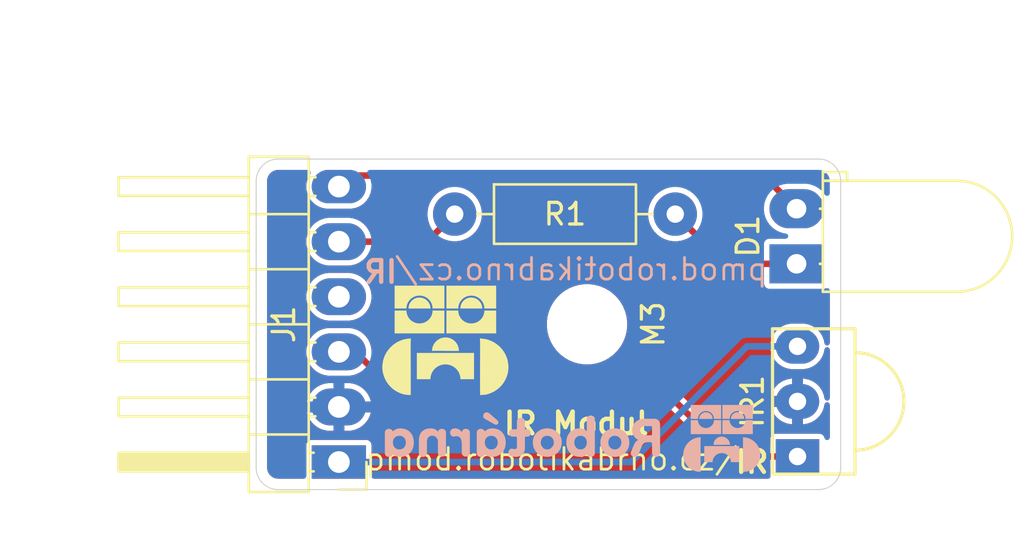
<source format=kicad_pcb>
(kicad_pcb (version 20241229) (generator "pcbnew") (generator_version "9.0")
  (layers (0 "F.Cu" signal) (2 "B.Cu" signal) (13 "F.Paste" user) (15 "B.Paste" user) (5 "F.SilkS" user "F.Silkscreen") (7 "B.SilkS" user "B.Silkscreen") (1 "F.Mask" user) (3 "B.Mask" user) (25 "Edge.Cuts" user))
  (net 0 "")
  (net 1 "Net-(D1-K)")
  (net 2 "GND")
  (net 3 "RX")
  (net 4 "+3.3V")
  (net 6 "TX")
  (net 7 "CLK")
  (footprint "Resistor_THT:R_Axial_DIN0207_L6.3mm_D2.5mm_P10.16mm_Horizontal" (layer "F.Cu") (at 80.264 45.72)
    (property "Reference" "R1")
    (property "Value" "180" (hide yes))
  )
  (footprint "LED_THT:LED_D5.0mm_Horizontal_O1.27mm_Z3.0mm_IRBlack" (layer "F.Cu") (at 96.012 48.011 90)
    (property "Reference" "D1")
    (property "Value" "SFH4550")
  )
  (footprint "IR:VS1838b" (layer "F.Cu") (at 96.0545 54.356 180)
    (property "Reference" "IR1")
    (property "Value" "VS1838b")
  )
  (footprint "Connector_PinHeader_2.54mm:PinHeader_1x06_P2.54mm_Horizontal" (layer "F.Cu") (at 74.93 57.15 180)
    (property "Reference" "J1")
    (property "Value" "Conn_01x06")
  )
  (footprint "MountingHole:MountingHole_3.2mm_M3" (layer "F.Cu") (at 86.36 50.8)
    (property "Reference" "M3")
    (property "Value" "MountingHole_3.2mm_M3" (hide yes))
  )
  (gr_poly (pts (xy 82.175194 50.072255) (xy 81.629464 50.072255) (xy 81.628683 50.041694) (xy 81.626365 50.011534) (xy 81.622547 49.981813) (xy 81.617267 49.952567) (xy 81.610564 49.923835) (xy 81.602474 49.895653) (xy 81.593035 49.868059) (xy 81.582286 49.84109) (xy 81.570263 49.814784) (xy 81.557005 49.789177) (xy 81.542549 49.764307) (xy 81.526934 49.740211) (xy 81.510196 49.716927) (xy 81.492373 49.694492) (xy 81.473504 49.672944) (xy 81.453625 49.652319) (xy 81.432775 49.632654) (xy 81.410991 49.613988) (xy 81.388312 49.596358) (xy 81.364774 49.5798) (xy 81.340415 49.564353) (xy 81.315274 49.550053) (xy 81.289388 49.536938) (xy 81.262794 49.525045) (xy 81.23553 49.514411) (xy 81.207635 49.505075) (xy 81.179145 49.497072) (xy 81.150099 49.49044) (xy 81.120535 49.485218) (xy 81.090489 49.481441) (xy 81.059999 49.479148) (xy 81.029104 49.478375) (xy 80.998207 49.479148) (xy 80.967715 49.481441) (xy 80.937667 49.485218) (xy 80.908099 49.49044) (xy 80.879051 49.497072) (xy 80.85056 49.505075) (xy 80.822663 49.514411) (xy 80.795398 49.525045) (xy 80.768802 49.536938) (xy 80.742915 49.550053) (xy 80.717772 49.564353) (xy 80.693412 49.5798) (xy 80.669874 49.596358) (xy 80.647193 49.613988) (xy 80.625408 49.632654) (xy 80.604558 49.652319) (xy 80.584678 49.672944) (xy 80.565808 49.694492) (xy 80.547985 49.716927) (xy 80.531247 49.740211) (xy 80.515631 49.764307) (xy 80.501175 49.789177) (xy 80.487916 49.814784) (xy 80.475894 49.84109) (xy 80.465144 49.868059) (xy 80.455705 49.895653) (xy 80.447615 49.923835) (xy 80.440912 49.952567) (xy 80.435632 49.981813) (xy 80.431814 50.011534) (xy 80.429496 50.041694) (xy 80.428715 50.072255) (xy 79.883 50.072255) (xy 79.883 49.01783) (xy 82.175194 49.01783)) (fill yes) (layer "F.SilkS"))
  (gr_poly (pts (xy 78.666341 49.566344) (xy 78.69206 49.568309) (xy 78.717418 49.571537) (xy 78.742384 49.575997) (xy 78.766926 49.581657) (xy 78.791011 49.588485) (xy 78.814608 49.596449) (xy 78.837683 49.605518) (xy 78.860207 49.615659) (xy 78.882145 49.626842) (xy 78.903466 49.639033) (xy 78.924138 49.652202) (xy 78.944128 49.666316) (xy 78.963405 49.681345) (xy 78.981937 49.697255) (xy 78.999691 49.714015) (xy 79.016635 49.731594) (xy 79.032738 49.749959) (xy 79.047966 49.76908) (xy 79.062289 49.788923) (xy 79.075673 49.809457) (xy 79.088087 49.830651) (xy 79.099498 49.852473) (xy 79.109875 49.87489) (xy 79.119186 49.897871) (xy 79.127397 49.921385) (xy 79.134478 49.945399) (xy 79.140396 49.969882) (xy 79.145118 49.994802) (xy 79.148614 50.020127) (xy 79.15085 50.045825) (xy 79.151795 50.071865) (xy 78.13964 50.071564) (xy 78.140023 50.045524) (xy 78.141705 50.019826) (xy 78.144655 49.994502) (xy 78.148841 49.969584) (xy 78.154232 49.945104) (xy 78.160796 49.921093) (xy 78.168502 49.897584) (xy 78.177319 49.874607) (xy 78.187214 49.852196) (xy 78.198157 49.830381) (xy 78.210117 49.809194) (xy 78.223061 49.788668) (xy 78.236958 49.768833) (xy 78.251777 49.749722) (xy 78.267486 49.731366) (xy 78.284054 49.713798) (xy 78.30145 49.697048) (xy 78.319641 49.681149) (xy 78.338598 49.666133) (xy 78.358287 49.652031) (xy 78.378678 49.638874) (xy 78.399739 49.626696) (xy 78.421439 49.615527) (xy 78.443746 49.605399) (xy 78.466629 49.596345) (xy 78.490057 49.588395) (xy 78.513998 49.581581) (xy 78.53842 49.575936) (xy 78.563292 49.571491) (xy 78.588583 49.568278) (xy 78.614261 49.566329) (xy 78.640295 49.565675)) (fill yes) (layer "F.SilkS"))
  (gr_poly (pts (xy 81.155254 53.3315) (xy 80.528059 53.3315) (xy 80.527161 53.296377) (xy 80.524497 53.261715) (xy 80.52011 53.227557) (xy 80.514042 53.193946) (xy 80.506338 53.160925) (xy 80.497041 53.128537) (xy 80.486194 53.096823) (xy 80.47384 53.065829) (xy 80.460024 53.035595) (xy 80.444787 53.006166) (xy 80.428174 52.977583) (xy 80.410228 52.949891) (xy 80.390992 52.923131) (xy 80.37051 52.897348) (xy 80.348825 52.872582) (xy 80.325979 52.848878) (xy 80.302018 52.826279) (xy 80.276983 52.804827) (xy 80.250919 52.784564) (xy 80.223869 52.765535) (xy 80.195875 52.747782) (xy 80.166982 52.731347) (xy 80.137232 52.716275) (xy 80.10667 52.702606) (xy 80.075338 52.690385) (xy 80.043279 52.679655) (xy 80.010538 52.670457) (xy 79.977157 52.662836) (xy 79.94318 52.656834) (xy 79.90865 52.652493) (xy 79.87361 52.649858) (xy 79.838105 52.64897) (xy 79.802595 52.649858) (xy 79.767551 52.652493) (xy 79.733018 52.656834) (xy 79.699037 52.662836) (xy 79.665652 52.670457) (xy 79.632908 52.679655) (xy 79.600846 52.690385) (xy 79.569511 52.702606) (xy 79.538946 52.716275) (xy 79.509194 52.731347) (xy 79.480298 52.747782) (xy 79.452302 52.765535) (xy 79.425249 52.784564) (xy 79.399183 52.804827) (xy 79.374146 52.826279) (xy 79.350183 52.848878) (xy 79.327336 52.872582) (xy 79.305649 52.897348) (xy 79.285165 52.923131) (xy 79.265928 52.949891) (xy 79.247981 52.977583) (xy 79.231367 53.006166) (xy 79.216129 53.035595) (xy 79.202312 53.065829) (xy 79.189957 53.096823) (xy 79.17911 53.128537) (xy 79.169812 53.160925) (xy 79.162108 53.193946) (xy 79.15604 53.227557) (xy 79.151652 53.261715) (xy 79.148987 53.296377) (xy 79.14809 53.3315) (xy 78.520925 53.3315) (xy 78.520925 52.119695) (xy 81.155254 52.119695)) (fill yes) (layer "F.SilkS"))
  (gr_poly (pts (xy 80.429496 50.195561) (xy 80.431814 50.225721) (xy 80.435632 50.255442) (xy 80.440912 50.284687) (xy 80.447615 50.31342) (xy 80.455705 50.341601) (xy 80.465144 50.369195) (xy 80.475894 50.396164) (xy 80.487916 50.422471) (xy 80.501175 50.448078) (xy 80.515631 50.472948) (xy 80.531247 50.497044) (xy 80.547985 50.520327) (xy 80.565808 50.542762) (xy 80.584678 50.564311) (xy 80.604558 50.584936) (xy 80.625408 50.6046) (xy 80.647193 50.623266) (xy 80.669874 50.640897) (xy 80.693412 50.657454) (xy 80.717772 50.672902) (xy 80.742915 50.687202) (xy 80.768802 50.700317) (xy 80.795398 50.71221) (xy 80.822663 50.722843) (xy 80.85056 50.73218) (xy 80.879051 50.740183) (xy 80.908099 50.746814) (xy 80.937667 50.752037) (xy 80.967715 50.755814) (xy 80.998207 50.758107) (xy 81.029104 50.75888) (xy 81.059999 50.758107) (xy 81.090489 50.755814) (xy 81.120535 50.752037) (xy 81.150099 50.746814) (xy 81.179145 50.740183) (xy 81.207635 50.73218) (xy 81.23553 50.722843) (xy 81.262794 50.71221) (xy 81.289388 50.700317) (xy 81.315274 50.687202) (xy 81.340415 50.672902) (xy 81.364774 50.657454) (xy 81.388312 50.640897) (xy 81.410991 50.623266) (xy 81.432775 50.6046) (xy 81.453625 50.584936) (xy 81.473504 50.564311) (xy 81.492373 50.542762) (xy 81.510196 50.520327) (xy 81.526934 50.497044) (xy 81.542549 50.472948) (xy 81.557005 50.448078) (xy 81.570263 50.422471) (xy 81.582286 50.396164) (xy 81.593035 50.369195) (xy 81.602474 50.341601) (xy 81.610564 50.31342) (xy 81.617267 50.284687) (xy 81.622547 50.255442) (xy 81.626365 50.225721) (xy 81.628683 50.195561) (xy 81.629464 50.165) (xy 82.175194 50.165) (xy 82.175194 51.219425) (xy 79.883 51.219425) (xy 79.883 50.165) (xy 80.428715 50.165)) (fill yes) (layer "F.SilkS"))
  (gr_poly (pts (xy 79.869858 51.404485) (xy 79.892164 51.405867) (xy 79.91443 51.408093) (xy 79.936629 51.411158) (xy 79.958733 51.415052) (xy 79.980716 51.419769) (xy 80.00255 51.425301) (xy 80.024209 51.431641) (xy 80.045663 51.438782) (xy 80.066888 51.446717) (xy 80.087854 51.455437) (xy 80.108536 51.464936) (xy 80.128905 51.475206) (xy 80.148935 51.486241) (xy 80.168598 51.498031) (xy 80.187867 51.510571) (xy 80.206715 51.523853) (xy 80.225115 51.53787) (xy 80.243039 51.552613) (xy 80.26046 51.568077) (xy 80.277351 51.584253) (xy 80.293684 51.601134) (xy 80.309433 51.618713) (xy 80.324571 51.636982) (xy 80.339069 51.655934) (xy 80.352901 51.675563) (xy 80.366039 51.695859) (xy 80.378457 51.716817) (xy 80.390126 51.738428) (xy 80.40102 51.760685) (xy 80.411112 51.783582) (xy 80.420375 51.80711) (xy 80.427867 51.828166) (xy 80.434102 51.847413) (xy 80.439204 51.865032) (xy 80.443298 51.881201) (xy 80.446506 51.896101) (xy 80.448954 51.909909) (xy 80.450766 51.922805) (xy 80.452064 51.934968) (xy 80.452974 51.946578) (xy 80.453619 51.957814) (xy 80.454612 51.979878) (xy 80.455208 51.991066) (xy 80.456035 52.002596) (xy 80.457217 52.014647) (xy 80.45888 52.0274) (xy 80.45561 52.029155) (xy 80.436214 52.028475) (xy 80.416904 52.028172) (xy 80.378335 52.028309) (xy 80.339482 52.028798) (xy 80.299925 52.02887) (xy 79.837775 52.026215) (xy 79.526429 52.02247) (xy 79.341403 52.021804) (xy 79.268554 52.022603) (xy 79.2191 52.024475) (xy 79.215575 52.020649) (xy 79.215574 52.02065) (xy 79.230409 51.911915) (xy 79.235281 51.888783) (xy 79.241086 51.865898) (xy 79.247801 51.843284) (xy 79.255406 51.820967) (xy 79.273191 51.777316) (xy 79.294263 51.735138) (xy 79.318441 51.694626) (xy 79.345548 51.655974) (xy 79.375403 51.619375) (xy 79.407829 51.585022) (xy 79.442647 51.553108) (xy 79.479677 51.523827) (xy 79.51874 51.497371) (xy 79.559658 51.473935) (xy 79.602251 51.453711) (xy 79.62412 51.444864) (xy 79.646341 51.436892) (xy 79.668891 51.429821) (xy 79.691748 51.423673) (xy 79.71489 51.418473) (xy 79.738294 51.414245) (xy 79.751904 51.412182) (xy 79.765985 51.410243) (xy 79.780308 51.408478) (xy 79.794644 51.406934) (xy 79.808764 51.405662) (xy 79.82244 51.404709) (xy 79.835441 51.404123) (xy 79.847539 51.403955)) (fill yes) (layer "F.SilkS"))
  (gr_poly (pts (xy 78.245075 51.45563) (xy 78.240495 51.559719) (xy 78.237874 51.713073) (xy 78.236902 52.1026) (xy 78.2408 52.75811) (xy 78.24047 53.731039) (xy 78.239805 53.814328) (xy 78.238276 53.896126) (xy 78.237496 53.977322) (xy 78.23789 54.017972) (xy 78.239075 54.058804) (xy 78.23531 54.065689) (xy 78.208486 54.062023) (xy 78.183131 54.059376) (xy 78.15887 54.057485) (xy 78.135326 54.056086) (xy 78.08889 54.053711) (xy 78.065245 54.052208) (xy 78.040816 54.050144) (xy 78.015226 54.047253) (xy 77.988101 54.043275) (xy 77.959063 54.037943) (xy 77.927738 54.030996) (xy 77.89375 54.02217) (xy 77.856723 54.011201) (xy 77.816281 53.997825) (xy 77.77205 53.981779) (xy 77.722638 53.961981) (xy 77.674567 53.940444) (xy 77.627851 53.917225) (xy 77.582506 53.892382) (xy 77.538546 53.865973) (xy 77.495987 53.838055) (xy 77.454844 53.808685) (xy 77.415132 53.77792) (xy 77.376866 53.74582) (xy 77.340061 53.712439) (xy 77.304733 53.677837) (xy 77.270896 53.64207) (xy 77.238565 53.605197) (xy 77.207757 53.567273) (xy 77.178485 53.528358) (xy 77.150765 53.488508) (xy 77.124612 53.447781) (xy 77.100042 53.406234) (xy 77.077068 53.363924) (xy 77.055708 53.32091) (xy 77.035974 53.277248) (xy 77.017884 53.232997) (xy 77.001451 53.188212) (xy 76.986692 53.142953) (xy 76.97362 53.097275) (xy 76.962252 53.051238) (xy 76.952601 53.004898) (xy 76.944685 52.958312) (xy 76.938517 52.911538) (xy 76.934112 52.864634) (xy 76.931487 52.817657) (xy 76.930655 52.770664) (xy 76.931172 52.7452) (xy 76.932577 52.717841) (xy 76.934762 52.689067) (xy 76.937624 52.659361) (xy 76.941058 52.629203) (xy 76.944959 52.599075) (xy 76.949221 52.569459) (xy 76.95374 52.540834) (xy 76.96294 52.491618) (xy 76.974184 52.442966) (xy 76.98742 52.394926) (xy 77.002597 52.347543) (xy 77.019664 52.300866) (xy 77.03857 52.25494) (xy 77.081693 52.165531) (xy 77.131556 52.07969) (xy 77.187752 51.997792) (xy 77.249871 51.920211) (xy 77.317503 51.847321) (xy 77.39024 51.779497) (xy 77.467672 51.717113) (xy 77.54939 51.660543) (xy 77.634986 51.610162) (xy 77.724049 51.566343) (xy 77.816171 51.529462) (xy 77.863251 51.51374) (xy 77.910943 51.499893) (xy 77.959194 51.487967) (xy 78.007955 51.47801) (xy 78.237065 51.44816)) (fill yes) (layer "F.SilkS"))
  (gr_poly (pts (xy 81.664024 51.47801) (xy 81.712784 51.487967) (xy 81.761036 51.499893) (xy 81.808727 51.51374) (xy 81.855807 51.529462) (xy 81.947928 51.566343) (xy 82.036991 51.610162) (xy 82.122585 51.660543) (xy 82.204302 51.717113) (xy 82.281733 51.779497) (xy 82.354468 51.847321) (xy 82.422099 51.920211) (xy 82.484216 51.997792) (xy 82.540411 52.07969) (xy 82.590274 52.165531) (xy 82.633395 52.25494) (xy 82.652301 52.300866) (xy 82.669367 52.347543) (xy 82.684544 52.394926) (xy 82.69778 52.442966) (xy 82.709023 52.491618) (xy 82.718224 52.540834) (xy 82.722743 52.569459) (xy 82.727005 52.599075) (xy 82.730906 52.629203) (xy 82.734339 52.659361) (xy 82.737201 52.689067) (xy 82.739387 52.717841) (xy 82.740791 52.7452) (xy 82.741309 52.770664) (xy 82.740477 52.817657) (xy 82.737852 52.864634) (xy 82.733447 52.911538) (xy 82.727279 52.958312) (xy 82.719362 53.004898) (xy 82.709712 53.051238) (xy 82.698344 53.097275) (xy 82.685272 53.142953) (xy 82.670513 53.188212) (xy 82.65408 53.232997) (xy 82.635989 53.277248) (xy 82.616256 53.32091) (xy 82.594895 53.363924) (xy 82.571922 53.406234) (xy 82.547352 53.447781) (xy 82.521199 53.488508) (xy 82.493479 53.528358) (xy 82.464207 53.567273) (xy 82.433399 53.605197) (xy 82.401068 53.64207) (xy 82.367231 53.677837) (xy 82.331903 53.712439) (xy 82.295098 53.74582) (xy 82.256832 53.77792) (xy 82.21712 53.808685) (xy 82.175977 53.838055) (xy 82.133418 53.865973) (xy 82.089458 53.892382) (xy 82.044113 53.917225) (xy 81.997397 53.940444) (xy 81.949325 53.961981) (xy 81.899914 53.981779) (xy 81.855683 53.997825) (xy 81.815241 54.011201) (xy 81.778215 54.02217) (xy 81.744226 54.030996) (xy 81.712901 54.037943) (xy 81.683864 54.043275) (xy 81.656738 54.047253) (xy 81.631148 54.050144) (xy 81.606719 54.052208) (xy 81.583074 54.053711) (xy 81.536638 54.056086) (xy 81.513094 54.057485) (xy 81.488833 54.059376) (xy 81.463478 54.062023) (xy 81.436654 54.065689) (xy 81.432889 54.058804) (xy 81.434074 54.017972) (xy 81.434468 53.977322) (xy 81.433688 53.896126) (xy 81.432159 53.814328) (xy 81.431494 53.731039) (xy 81.431164 52.75811) (xy 81.435062 52.1026) (xy 81.43409 51.713073) (xy 81.431469 51.559719) (xy 81.426889 51.45563) (xy 81.434914 51.44816)) (fill yes) (layer "F.SilkS"))
  (gr_poly (pts (xy 79.78994 50.070755) (xy 79.244209 50.070755) (xy 79.243428 50.040194) (xy 79.24111 50.010034) (xy 79.237292 49.980313) (xy 79.232013 49.951067) (xy 79.225309 49.922335) (xy 79.217219 49.894153) (xy 79.20778 49.866559) (xy 79.197031 49.83959) (xy 79.185008 49.813284) (xy 79.17175 49.787677) (xy 79.157295 49.762807) (xy 79.141679 49.738711) (xy 79.124941 49.715427) (xy 79.107118 49.692992) (xy 79.088249 49.671444) (xy 79.06837 49.650819) (xy 79.04752 49.631154) (xy 79.025737 49.612488) (xy 79.003057 49.594858) (xy 78.979519 49.5783) (xy 78.95516 49.562853) (xy 78.930019 49.548553) (xy 78.904133 49.535438) (xy 78.877539 49.523545) (xy 78.850276 49.512911) (xy 78.82238 49.503575) (xy 78.793891 49.495572) (xy 78.764845 49.48894) (xy 78.73528 49.483718) (xy 78.705234 49.479941) (xy 78.674744 49.477648) (xy 78.64385 49.476875) (xy 78.612952 49.477648) (xy 78.58246 49.479941) (xy 78.552412 49.483718) (xy 78.522845 49.48894) (xy 78.493797 49.495572) (xy 78.465305 49.503575) (xy 78.437408 49.512911) (xy 78.410143 49.523545) (xy 78.383548 49.535438) (xy 78.35766 49.548553) (xy 78.332517 49.562853) (xy 78.308158 49.5783) (xy 78.284619 49.594858) (xy 78.261938 49.612488) (xy 78.240154 49.631154) (xy 78.219303 49.650819) (xy 78.199424 49.671444) (xy 78.180554 49.692992) (xy 78.16273 49.715427) (xy 78.145992 49.738711) (xy 78.130376 49.762807) (xy 78.11592 49.787677) (xy 78.102662 49.813284) (xy 78.090639 49.83959) (xy 78.079889 49.866559) (xy 78.07045 49.894153) (xy 78.06236 49.922335) (xy 78.055657 49.951067) (xy 78.050377 49.980313) (xy 78.046559 50.010034) (xy 78.044241 50.040194) (xy 78.04346 50.070755) (xy 77.497745 50.070755) (xy 77.497745 49.01633) (xy 79.78994 49.01633)) (fill yes) (layer "F.SilkS"))
  (gr_poly (pts (xy 81.051596 49.566344) (xy 81.077314 49.568309) (xy 81.102673 49.571537) (xy 81.127639 49.575997) (xy 81.152181 49.581657) (xy 81.176266 49.588485) (xy 81.199862 49.596449) (xy 81.222938 49.605518) (xy 81.245461 49.615659) (xy 81.267399 49.626842) (xy 81.28872 49.639033) (xy 81.309392 49.652202) (xy 81.329383 49.666316) (xy 81.34866 49.681345) (xy 81.367192 49.697255) (xy 81.384946 49.714015) (xy 81.40189 49.731594) (xy 81.417992 49.749959) (xy 81.433221 49.76908) (xy 81.447543 49.788923) (xy 81.460928 49.809457) (xy 81.473341 49.830651) (xy 81.484753 49.852473) (xy 81.49513 49.87489) (xy 81.50444 49.897871) (xy 81.512652 49.921385) (xy 81.519733 49.945399) (xy 81.52565 49.969882) (xy 81.530373 49.994802) (xy 81.533868 50.020127) (xy 81.536105 50.045825) (xy 81.537049 50.071865) (xy 80.524894 50.071564) (xy 80.525277 50.045524) (xy 80.52696 50.019826) (xy 80.529909 49.994502) (xy 80.534095 49.969584) (xy 80.539486 49.945104) (xy 80.546051 49.921093) (xy 80.553757 49.897584) (xy 80.562573 49.874607) (xy 80.572469 49.852196) (xy 80.583412 49.830381) (xy 80.595371 49.809194) (xy 80.608315 49.788668) (xy 80.622212 49.768833) (xy 80.637031 49.749722) (xy 80.652741 49.731366) (xy 80.669309 49.713798) (xy 80.686704 49.697048) (xy 80.704896 49.681149) (xy 80.723852 49.666133) (xy 80.743541 49.652031) (xy 80.763932 49.638874) (xy 80.784994 49.626696) (xy 80.806693 49.615527) (xy 80.829001 49.605399) (xy 80.851884 49.596345) (xy 80.875312 49.588395) (xy 80.899252 49.581581) (xy 80.923674 49.575936) (xy 80.948546 49.571491) (xy 80.973837 49.568278) (xy 80.999515 49.566329) (xy 81.025549 49.565675)) (fill yes) (layer "F.SilkS"))
  (gr_poly (pts (xy 78.044241 50.195561) (xy 78.046559 50.225721) (xy 78.050377 50.255442) (xy 78.055657 50.284687) (xy 78.06236 50.31342) (xy 78.07045 50.341601) (xy 78.079889 50.369195) (xy 78.090639 50.396164) (xy 78.102662 50.422471) (xy 78.11592 50.448078) (xy 78.130376 50.472948) (xy 78.145992 50.497044) (xy 78.16273 50.520327) (xy 78.180554 50.542762) (xy 78.199424 50.564311) (xy 78.219303 50.584936) (xy 78.240154 50.6046) (xy 78.261938 50.623266) (xy 78.284619 50.640897) (xy 78.308158 50.657454) (xy 78.332517 50.672902) (xy 78.35766 50.687202) (xy 78.383548 50.700317) (xy 78.410143 50.71221) (xy 78.437408 50.722843) (xy 78.465305 50.73218) (xy 78.493797 50.740183) (xy 78.522845 50.746814) (xy 78.552412 50.752037) (xy 78.58246 50.755814) (xy 78.612952 50.758107) (xy 78.64385 50.75888) (xy 78.674744 50.758107) (xy 78.705234 50.755814) (xy 78.73528 50.752037) (xy 78.764845 50.746814) (xy 78.793891 50.740183) (xy 78.82238 50.73218) (xy 78.850276 50.722843) (xy 78.877539 50.71221) (xy 78.904133 50.700317) (xy 78.930019 50.687202) (xy 78.95516 50.672902) (xy 78.979519 50.657454) (xy 79.003057 50.640897) (xy 79.025737 50.623266) (xy 79.04752 50.6046) (xy 79.06837 50.584936) (xy 79.088249 50.564311) (xy 79.107118 50.542762) (xy 79.124941 50.520327) (xy 79.141679 50.497044) (xy 79.157295 50.472948) (xy 79.17175 50.448078) (xy 79.185008 50.422471) (xy 79.197031 50.396164) (xy 79.20778 50.369195) (xy 79.217219 50.341601) (xy 79.225309 50.31342) (xy 79.232013 50.284687) (xy 79.237292 50.255442) (xy 79.24111 50.225721) (xy 79.243428 50.195561) (xy 79.244209 50.165) (xy 79.78994 50.165) (xy 79.78994 51.219425) (xy 77.497745 51.219425) (xy 77.497745 50.165) (xy 78.04346 50.165)) (fill yes) (layer "F.SilkS"))
  (gr_poly (pts (xy 77.734099 55.598418) (xy 77.709824 55.600055) (xy 77.685946 55.602783) (xy 77.662465 55.606603) (xy 77.639381 55.611513) (xy 77.616694 55.617515) (xy 77.594404 55.624608) (xy 77.572511 55.632793) (xy 77.551015 55.642068) (xy 77.529916 55.652435) (xy 77.509215 55.663893) (xy 77.48891 55.676443) (xy 77.469003 55.690083) (xy 77.449493 55.704815) (xy 77.430381 55.720638) (xy 77.411666 55.737553) (xy 77.409432 55.731271) (xy 77.406967 55.725121) (xy 77.40427 55.719103) (xy 77.401341 55.713217) (xy 77.398181 55.707463) (xy 77.394789 55.701841) (xy 77.391165 55.696351) (xy 77.38731 55.690993) (xy 77.383224 55.685767) (xy 77.378907 55.680673) (xy 77.374358 55.675711) (xy 77.369578 55.670881) (xy 77.364566 55.666183) (xy 77.359324 55.661617) (xy 77.35385 55.657183) (xy 77.348145 55.652881) (xy 77.342259 55.648783) (xy 77.336241 55.644949) (xy 77.330091 55.641379) (xy 77.323809 55.638073) (xy 77.317394 55.635032) (xy 77.310848 55.632254) (xy 77.304169 55.629741) (xy 77.297357 55.627493) (xy 77.290413 55.625508) (xy 77.283337 55.623789) (xy 77.276129 55.622333) (xy 77.268787 55.621142) (xy 77.261314 55.620216) (xy 77.253707 55.619554) (xy 77.245968 55.619157) (xy 77.238097 55.619025) (xy 77.227637 55.619215) (xy 77.217425 55.619785) (xy 77.207462 55.620736) (xy 77.197746 55.622067) (xy 77.188279 55.623779) (xy 77.179059 55.625871) (xy 77.170088 55.628344) (xy 77.161365 55.631197) (xy 77.152889 55.634431) (xy 77.144661 55.638045) (xy 77.136681 55.64204) (xy 77.128949 55.646416) (xy 77.121465 55.651173) (xy 77.114228 55.656311) (xy 77.107239 55.661829) (xy 77.100498 55.667729) (xy 77.094092 55.673887) (xy 77.0881 55.680194) (xy 77.082521 55.686649) (xy 77.077355 55.693254) (xy 77.072603 55.700007) (xy 77.068264 55.706909) (xy 77.064338 55.71396) (xy 77.060826 55.721161) (xy 77.057726 55.72851) (xy 77.05504 55.736009) (xy 77.052768 55.743658) (xy 77.050908 55.751456) (xy 77.049462 55.759403) (xy 77.048429 55.767501) (xy 77.047809 55.775748) (xy 77.047602 55.784145) (xy 77.047602 56.745105) (xy 77.047809 56.754) (xy 77.048429 56.762697) (xy 77.049462 56.771196) (xy 77.050908 56.779496) (xy 77.052768 56.787599) (xy 77.05504 56.795503) (xy 77.057726 56.803209) (xy 77.060826 56.810717) (xy 77.064338 56.818026) (xy 77.068264 56.825137) (xy 77.072603 56.832049) (xy 77.077355 56.838763) (xy 77.082521 56.845279) (xy 77.0881 56.851595) (xy 77.094092 56.857713) (xy 77.100498 56.863633) (xy 77.107239 56.869271) (xy 77.114228 56.874545) (xy 77.121465 56.879456) (xy 77.128949 56.884003) (xy 77.136681 56.888186) (xy 77.144661 56.892005) (xy 77.152889 56.895461) (xy 77.161365 56.898553) (xy 77.170088 56.901281) (xy 77.179059 56.903645) (xy 77.188279 56.905646) (xy 77.197746 56.907283) (xy 77.207462 56.908556) (xy 77.217425 56.909465) (xy 77.227637 56.910011) (xy 77.238097 56.910193) (xy 77.255144 56.909713) (xy 77.271364 56.908274) (xy 77.286758 56.905876) (xy 77.301325 56.902519) (xy 77.315066 56.898202) (xy 77.32798 56.892926) (xy 77.334128 56.889929) (xy 77.340068 56.886691) (xy 77.345802 56.883214) (xy 77.351329 56.879497) (xy 77.35665 56.87554) (xy 77.361764 56.871343) (xy 77.366672 56.866907) (xy 77.371373 56.86223) (xy 77.375867 56.857314) (xy 77.380154 56.852158) (xy 77.384235 56.846762) (xy 77.38811 56.841127) (xy 77.395238 56.829136) (xy 77.401541 56.816186) (xy 77.407017 56.802277) (xy 77.411666 56.787409) (xy 77.428846 56.802277) (xy 77.446522 56.816186) (xy 77.464694 56.829136) (xy 77.483361 56.841127) (xy 77.502525 56.852158) (xy 77.522185 56.86223) (xy 77.542341 56.871343) (xy 77.562994 56.879497) (xy 77.584143 56.886691) (xy 77.605789 56.892926) (xy 77.627931 56.898202) (xy 77.65057 56.902519) (xy 77.673706 56.905876) (xy 77.69734 56.908274) (xy 77.72147 56.909713) (xy 77.746097 56.910193) (xy 77.746101 56.910193) (xy 77.781133 56.90949) (xy 77.815321 56.907382) (xy 77.848666 56.903868) (xy 77.881167 56.898949) (xy 77.912824 56.892624) (xy 77.943639 56.884894) (xy 77.973609 56.875758) (xy 78.002736 56.865217) (xy 78.03102 56.85327) (xy 78.058461 56.839918) (xy 78.085058 56.82516) (xy 78.110812 56.808997) (xy 78.135722 56.791428) (xy 78.15979 56.772454) (xy 78.183014 56.752074) (xy 78.205395 56.730289) (xy 78.226669 56.707324) (xy 78.24657 56.683417) (xy 78.265099 56.658568) (xy 78.282255 56.632777) (xy 78.298039 56.606044) (xy 78.31245 56.578369) (xy 78.325489 56.549752) (xy 78.337155 56.520193) (xy 78.347449 56.489692) (xy 78.35637 56.458249) (xy 78.363919 56.425864) (xy 78.370095 56.392537) (xy 78.374899 56.358268) (xy 78.37833 56.323057) (xy 78.380389 56.286904) (xy 78.381075 56.249809) (xy 78.381075 56.249808) (xy 78.012788 56.249808) (xy 78.012465 56.266567) (xy 78.011498 56.282978) (xy 78.009885 56.299042) (xy 78.007628 56.314758) (xy 78.004725 56.330128) (xy 78.001178 56.34515) (xy 77.996985 56.359825) (xy 77.992148 56.374152) (xy 77.986665 56.388133) (xy 77.980537 56.401766) (xy 77.973765 56.415052) (xy 77.966348 56.427991) (xy 77.958285 56.440582) (xy 77.949578 56.452826) (xy 77.940225 56.464723) (xy 77.930228 56.476273) (xy 77.919718 56.487293) (xy 77.908829 56.497603) (xy 77.897559 56.507201) (xy 77.88591 56.516089) (xy 77.873881 56.524265) (xy 77.861472 56.531731) (xy 77.848682 56.538485) (xy 77.835512 56.544529) (xy 77.821961 56.549861) (xy 77.80803 56.554483) (xy 77.793717 56.558393) (xy 77.779024 56.561593) (xy 77.763949 56.564081) (xy 77.748493 56.565859) (xy 77.732656 56.566925) (xy 77.716436 56.567281) (xy 77.699719 56.566925) (xy 77.683432 56.565859) (xy 77.667574 56.564081) (xy 77.652147 56.561593) (xy 77.637149 56.558393) (xy 77.622581 56.554483) (xy 77.608444 56.549861) (xy 77.594736 56.544529) (xy 77.581459 56.538485) (xy 77.568612 56.531731) (xy 77.556195 56.524265) (xy 77.544208 56.516089) (xy 77.532652 56.507201) (xy 77.521526 56.497603) (xy 77.51083 56.487293) (xy 77.500565 56.476273) (xy 77.490823 56.464723) (xy 77.48171 56.452826) (xy 77.473225 56.440582) (xy 77.465369 56.427991) (xy 77.458141 56.415052) (xy 77.451542 56.401766) (xy 77.445571 56.388133) (xy 77.440228 56.374153) (xy 77.435515 56.359825) (xy 77.431429 56.34515) (xy 77.427972 56.330128) (xy 77.425144 56.314759) (xy 77.422944 56.299042) (xy 77.421373 56.282978) (xy 77.42043 56.266567) (xy 77.420116 56.249808) (xy 77.42043 56.232558) (xy 77.421373 56.215737) (xy 77.422944 56.199348) (xy 77.425144 56.183388) (xy 77.427972 56.167859) (xy 77.431429 56.15276) (xy 77.435514 56.138091) (xy 77.440228 56.123853) (xy 77.44557 56.110044) (xy 77.451541 56.096666) (xy 77.45814 56.083717) (xy 77.465368 56.071199) (xy 77.473225 56.059111) (xy 77.48171 56.047452) (xy 77.490823 56.036223) (xy 77.500565 56.025425) (xy 77.51083 56.015171) (xy 77.521526 56.00558) (xy 77.532652 55.996649) (xy 77.544208 55.988381) (xy 77.556195 55.980773) (xy 77.568612 55.973828) (xy 77.58146 55.967543) (xy 77.594737 55.961921) (xy 77.608445 55.956959) (xy 77.622582 55.95266) (xy 77.63715 55.949021) (xy 77.652148 55.946045) (xy 77.667575 55.943729) (xy 77.683432 55.942076) (xy 77.69972 55.941083) (xy 77.716436 55.940753) (xy 77.732656 55.941083) (xy 77.748493 55.942076) (xy 77.763949 55.943729) (xy 77.779024 55.946045) (xy 77.793717 55.949021) (xy 77.80803 55.95266) (xy 77.821961 55.956959) (xy 77.835512 55.961921) (xy 77.848682 55.967543) (xy 77.861472 55.973828) (xy 77.873881 55.980773) (xy 77.88591 55.988381) (xy 77.897559 55.996649) (xy 77.908829 56.00558) (xy 77.919718 56.015171) (xy 77.930228 56.025425) (xy 77.940226 56.036224) (xy 77.949578 56.047452) (xy 77.958286 56.059111) (xy 77.966349 56.071199) (xy 77.973766 56.083717) (xy 77.980539 56.096666) (xy 77.986666 56.110044) (xy 77.992148 56.123853) (xy 77.996986 56.138091) (xy 78.001178 56.15276) (xy 78.004726 56.167859) (xy 78.007628 56.183388) (xy 78.009885 56.199348) (xy 78.011498 56.215737) (xy 78.012465 56.232558) (xy 78.012788 56.249808) (xy 78.381075 56.249808) (xy 78.380405 56.212725) (xy 78.378396 56.176616) (xy 78.375047 56.141484) (xy 78.370359 56.107327) (xy 78.364332 56.074146) (xy 78.356964 56.04194) (xy 78.348258 56.010711) (xy 78.338212 55.980457) (xy 78.326826 55.951179) (xy 78.314101 55.922876) (xy 78.300036 55.89555) (xy 78.284631 55.869199) (xy 78.267888 55.843824) (xy 78.249804 55.819424) (xy 78.230381 55.796001) (xy 78.209619 55.773553) (xy 78.187771 55.752279) (xy 78.165078 55.732378) (xy 78.141541 55.713849) (xy 78.11716 55.696693) (xy 78.091935 55.680909) (xy 78.065865 55.666498) (xy 78.038952 55.653459) (xy 78.011195 55.641793) (xy 77.982594 55.631499) (xy 77.953149 55.622578) (xy 77.922861 55.615029) (xy 77.89173 55.608853) (xy 77.859755 55.604049) (xy 77.826936 55.600618) (xy 77.793275 55.598559) (xy 77.75877 55.597873)) (fill yes) (layer "B.SilkS"))
  (gr_poly (pts (xy 91.760276 57.155345) (xy 92.143828 57.155345) (xy 92.144377 57.133865) (xy 92.146007 57.112667) (xy 92.14869 57.091778) (xy 92.152401 57.071223) (xy 92.157113 57.051028) (xy 92.162799 57.031221) (xy 92.169434 57.011826) (xy 92.176989 56.992871) (xy 92.185439 56.974381) (xy 92.194758 56.956384) (xy 92.204919 56.938904) (xy 92.215894 56.921968) (xy 92.227659 56.905603) (xy 92.240186 56.889835) (xy 92.253448 56.874689) (xy 92.26742 56.860193) (xy 92.282074 56.846372) (xy 92.297385 56.833253) (xy 92.313325 56.820861) (xy 92.329869 56.809224) (xy 92.346989 56.798367) (xy 92.364659 56.788316) (xy 92.382852 56.779098) (xy 92.401543 56.770739) (xy 92.420704 56.763265) (xy 92.440309 56.756703) (xy 92.460332 56.751078) (xy 92.480746 56.746417) (xy 92.501524 56.742746) (xy 92.52264 56.740092) (xy 92.544068 56.73848) (xy 92.56578 56.737937) (xy 92.587495 56.73848) (xy 92.608925 56.740092) (xy 92.630043 56.742746) (xy 92.650823 56.746417) (xy 92.671239 56.751078) (xy 92.691262 56.756703) (xy 92.710869 56.763265) (xy 92.730031 56.770739) (xy 92.748722 56.779098) (xy 92.766916 56.788316) (xy 92.784586 56.798367) (xy 92.801705 56.809224) (xy 92.818248 56.820861) (xy 92.834188 56.833253) (xy 92.849498 56.846372) (xy 92.864152 56.860193) (xy 92.878123 56.874689) (xy 92.891385 56.889835) (xy 92.90391 56.905603) (xy 92.915674 56.921968) (xy 92.926649 56.938904) (xy 92.936808 56.956384) (xy 92.946126 56.974381) (xy 92.954575 56.992871) (xy 92.96213 57.011826) (xy 92.968763 57.031221) (xy 92.974449 57.051028) (xy 92.97916 57.071223) (xy 92.982871 57.091778) (xy 92.985554 57.112667) (xy 92.987183 57.133865) (xy 92.987732 57.155345) (xy 93.371284 57.155345) (xy 93.371284 56.414257) (xy 91.760276 56.414257)) (fill yes) (layer "B.SilkS"))
  (gr_poly (pts (xy 81.967445 55.598419) (xy 81.94317 55.600056) (xy 81.919292 55.602784) (xy 81.895811 55.606603) (xy 81.872727 55.611514) (xy 81.85004 55.617516) (xy 81.82775 55.624609) (xy 81.805857 55.632793) (xy 81.784361 55.642069) (xy 81.763262 55.652436) (xy 81.742561 55.663894) (xy 81.722256 55.676443) (xy 81.702349 55.690084) (xy 81.68284 55.704816) (xy 81.663728 55.720639) (xy 81.645013 55.737553) (xy 81.642779 55.731271) (xy 81.640314 55.725121) (xy 81.637616 55.719103) (xy 81.634687 55.713217) (xy 81.631527 55.707463) (xy 81.628135 55.701841) (xy 81.624512 55.696351) (xy 81.620657 55.690993) (xy 81.616571 55.685767) (xy 81.612253 55.680673) (xy 81.607704 55.675711) (xy 81.602924 55.670881) (xy 81.597913 55.666183) (xy 81.592671 55.661617) (xy 81.587197 55.657183) (xy 81.581493 55.652881) (xy 81.575607 55.648783) (xy 81.569589 55.644949) (xy 81.563438 55.641379) (xy 81.557156 55.638074) (xy 81.550742 55.635032) (xy 81.544195 55.632255) (xy 81.537516 55.629742) (xy 81.530705 55.627493) (xy 81.523761 55.625509) (xy 81.516685 55.623789) (xy 81.509476 55.622334) (xy 81.502135 55.621143) (xy 81.494662 55.620216) (xy 81.487055 55.619555) (xy 81.479317 55.619158) (xy 81.471445 55.619025) (xy 81.460985 55.619215) (xy 81.450773 55.619786) (xy 81.44081 55.620736) (xy 81.431095 55.622068) (xy 81.421627 55.623779) (xy 81.412408 55.625871) (xy 81.403436 55.628344) (xy 81.394713 55.631197) (xy 81.386237 55.634431) (xy 81.378009 55.638045) (xy 81.370029 55.642041) (xy 81.362297 55.646417) (xy 81.354813 55.651173) (xy 81.347576 55.656311) (xy 81.340587 55.66183) (xy 81.333845 55.667729) (xy 81.32744 55.673887) (xy 81.321447 55.680194) (xy 81.315869 55.68665) (xy 81.310703 55.693254) (xy 81.305951 55.700007) (xy 81.301611 55.70691) (xy 81.297685 55.713961) (xy 81.294173 55.721161) (xy 81.291073 55.728511) (xy 81.288387 55.73601) (xy 81.286114 55.743658) (xy 81.284254 55.751456) (xy 81.282808 55.759404) (xy 81.281775 55.767501) (xy 81.281155 55.775748) (xy 81.280948 55.784145) (xy 81.280948 56.745105) (xy 81.281155 56.754) (xy 81.281775 56.762697) (xy 81.282808 56.771196) (xy 81.284254 56.779497) (xy 81.286114 56.787599) (xy 81.288387 56.795504) (xy 81.291073 56.80321) (xy 81.294173 56.810717) (xy 81.297685 56.818027) (xy 81.301611 56.825137) (xy 81.305951 56.83205) (xy 81.310703 56.838764) (xy 81.315869 56.845279) (xy 81.321447 56.851596) (xy 81.32744 56.857714) (xy 81.333845 56.863633) (xy 81.340587 56.869271) (xy 81.347576 56.874546) (xy 81.354813 56.879456) (xy 81.362297 56.884003) (xy 81.370029 56.888186) (xy 81.378009 56.892006) (xy 81.386237 56.895461) (xy 81.394713 56.898553) (xy 81.403436 56.901281) (xy 81.412408 56.903646) (xy 81.421627 56.905646) (xy 81.431095 56.907283) (xy 81.44081 56.908556) (xy 81.450773 56.909466) (xy 81.460985 56.910011) (xy 81.471445 56.910193) (xy 81.488492 56.909714) (xy 81.504712 56.908275) (xy 81.520106 56.905877) (xy 81.534673 56.902519) (xy 81.548414 56.898202) (xy 81.561328 56.892927) (xy 81.567475 56.889929) (xy 81.573416 56.886692) (xy 81.57915 56.883214) (xy 81.584677 56.879497) (xy 81.589997 56.87554) (xy 81.595112 56.871344) (xy 81.600019 56.866907) (xy 81.60472 56.862231) (xy 81.609214 56.857314) (xy 81.613502 56.852158) (xy 81.617582 56.846763) (xy 81.621457 56.841127) (xy 81.628586 56.829137) (xy 81.634888 56.816187) (xy 81.640364 56.802278) (xy 81.645013 56.787409) (xy 81.662193 56.802278) (xy 81.679869 56.816187) (xy 81.69804 56.829137) (xy 81.716708 56.841127) (xy 81.735872 56.852158) (xy 81.755532 56.862231) (xy 81.775688 56.871344) (xy 81.796341 56.879497) (xy 81.81749 56.886692) (xy 81.839136 56.892927) (xy 81.861279 56.898202) (xy 81.883918 56.902519) (xy 81.907054 56.905877) (xy 81.930687 56.908275) (xy 81.954817 56.909714) (xy 81.979444 56.910193) (xy 82.014477 56.90949) (xy 82.048667 56.907382) (xy 82.082013 56.903868) (xy 82.114516 56.898949) (xy 82.146176 56.892624) (xy 82.176993 56.884894) (xy 82.206967 56.875758) (xy 82.236097 56.865217) (xy 82.264384 56.85327) (xy 82.291827 56.839918) (xy 82.318427 56.82516) (xy 82.344183 56.808997) (xy 82.369096 56.791428) (xy 82.393165 56.772454) (xy 82.416391 56.752074) (xy 82.438773 56.730289) (xy 82.460047 56.707324) (xy 82.479948 56.683417) (xy 82.498477 56.658568) (xy 82.515633 56.632777) (xy 82.531417 56.606044) (xy 82.545828 56.578369) (xy 82.558867 56.549752) (xy 82.570533 56.520193) (xy 82.580827 56.489692) (xy 82.589748 56.458249) (xy 82.597297 56.425864) (xy 82.603473 56.392537) (xy 82.608277 56.358268) (xy 82.611708 56.323057) (xy 82.613767 56.286904) (xy 82.614453 56.249809) (xy 82.246165 56.249809) (xy 82.245843 56.266567) (xy 82.244875 56.282978) (xy 82.243263 56.299042) (xy 82.241005 56.314759) (xy 82.238102 56.330128) (xy 82.234554 56.34515) (xy 82.23036 56.359825) (xy 82.225521 56.374153) (xy 82.220037 56.388133) (xy 82.213907 56.401766) (xy 82.207132 56.415052) (xy 82.199711 56.427991) (xy 82.191645 56.440582) (xy 82.182933 56.452826) (xy 82.173576 56.464723) (xy 82.163573 56.476273) (xy 82.153063 56.487294) (xy 82.142174 56.497603) (xy 82.130905 56.507202) (xy 82.119256 56.516089) (xy 82.107226 56.524265) (xy 82.094817 56.531731) (xy 82.082027 56.538485) (xy 82.068857 56.544529) (xy 82.055306 56.549861) (xy 82.041375 56.554483) (xy 82.027062 56.558393) (xy 82.012369 56.561593) (xy 81.997294 56.564081) (xy 81.981838 56.565859) (xy 81.966 56.566925) (xy 81.949781 56.567281) (xy 81.933064 56.566925) (xy 81.916777 56.565859) (xy 81.900919 56.564081) (xy 81.885492 56.561593) (xy 81.870494 56.558393) (xy 81.855926 56.554483) (xy 81.841788 56.549861) (xy 81.828081 56.544529) (xy 81.814803 56.538485) (xy 81.801956 56.531731) (xy 81.789539 56.524265) (xy 81.777552 56.516089) (xy 81.765995 56.507202) (xy 81.754869 56.497603) (xy 81.744174 56.487294) (xy 81.733908 56.476273) (xy 81.724167 56.464723) (xy 81.715054 56.452826) (xy 81.706569 56.440582) (xy 81.698713 56.427991) (xy 81.691485 56.415052) (xy 81.684886 56.401766) (xy 81.678915 56.388133) (xy 81.673573 56.374153) (xy 81.668859 56.359825) (xy 81.664774 56.34515) (xy 81.661318 56.330128) (xy 81.658489 56.314759) (xy 81.65629 56.299042) (xy 81.654719 56.282978) (xy 81.653776 56.266567) (xy 81.653462 56.249809) (xy 81.653776 56.232558) (xy 81.654719 56.215738) (xy 81.65629 56.199348) (xy 81.658489 56.183388) (xy 81.661318 56.167859) (xy 81.664774 56.15276) (xy 81.668859 56.138091) (xy 81.673573 56.123853) (xy 81.678915 56.110044) (xy 81.684886 56.096666) (xy 81.691485 56.083718) (xy 81.698713 56.071199) (xy 81.706569 56.059111) (xy 81.715054 56.047452) (xy 81.724167 56.036224) (xy 81.733908 56.025425) (xy 81.744174 56.015172) (xy 81.754869 56.00558) (xy 81.765995 55.99665) (xy 81.777552 55.988381) (xy 81.789539 55.980774) (xy 81.801956 55.973828) (xy 81.814803 55.967544) (xy 81.828081 55.961921) (xy 81.841788 55.95696) (xy 81.855926 55.95266) (xy 81.870494 55.949022) (xy 81.885492 55.946045) (xy 81.900919 55.94373) (xy 81.916777 55.942076) (xy 81.933064 55.941084) (xy 81.949781 55.940753) (xy 81.966 55.941084) (xy 81.981838 55.942076) (xy 81.997294 55.94373) (xy 82.012369 55.946045) (xy 82.027062 55.949022) (xy 82.041375 55.95266) (xy 82.055306 55.95696) (xy 82.068857 55.961921) (xy 82.082027 55.967544) (xy 82.094817 55.973828) (xy 82.107226 55.980774) (xy 82.119256 55.988381) (xy 82.130905 55.99665) (xy 82.142174 56.00558) (xy 82.153063 56.015172) (xy 82.163573 56.025425) (xy 82.173576 56.036224) (xy 82.182933 56.047452) (xy 82.191645 56.059111) (xy 82.199711 56.071199) (xy 82.207132 56.083718) (xy 82.213907 56.096666) (xy 82.220037 56.110044) (xy 82.225521 56.123853) (xy 82.23036 56.138092) (xy 82.234554 56.15276) (xy 82.238102 56.167859) (xy 82.241005 56.183388) (xy 82.243263 56.199348) (xy 82.244875 56.215738) (xy 82.245843 56.232558) (xy 82.246165 56.249809) (xy 82.614453 56.249809) (xy 82.613783 56.212725) (xy 82.611774 56.176617) (xy 82.608425 56.141484) (xy 82.603737 56.107327) (xy 82.597709 56.074146) (xy 82.590342 56.041941) (xy 82.581635 56.010711) (xy 82.571589 55.980457) (xy 82.560203 55.951179) (xy 82.547478 55.922877) (xy 82.533413 55.89555) (xy 82.518009 55.869199) (xy 82.501265 55.843824) (xy 82.483182 55.819425) (xy 82.463759 55.796001) (xy 82.442997 55.773553) (xy 82.421148 55.752279) (xy 82.398454 55.732378) (xy 82.374916 55.713849) (xy 82.350532 55.696693) (xy 82.325305 55.680909) (xy 82.299233 55.666498) (xy 82.272316 55.653459) (xy 82.244556 55.641793) (xy 82.215952 55.631499) (xy 82.186505 55.622578) (xy 82.156214 55.615029) (xy 82.12508 55.608853) (xy 82.093103 55.604049) (xy 82.060284 55.600618) (xy 82.026621 55.598559) (xy 81.992116 55.597873)) (fill yes) (layer "B.SilkS"))
  (gr_poly (pts (xy 86.520326 55.005391) (xy 86.510622 55.005962) (xy 86.50115 55.006912) (xy 86.491908 55.008243) (xy 86.482898 55.009954) (xy 86.474118 55.012046) (xy 86.46557 55.014517) (xy 86.457252 55.017369) (xy 86.449166 55.020601) (xy 86.44131 55.024214) (xy 86.433686 55.028206) (xy 86.426292 55.032579) (xy 86.41913 55.037332) (xy 86.412198 55.042466) (xy 86.405498 55.047979) (xy 86.399028 55.053873) (xy 86.392878 55.060054) (xy 86.387125 55.066415) (xy 86.381769 55.072957) (xy 86.37681 55.079681) (xy 86.372247 55.086585) (xy 86.368081 55.093672) (xy 86.364312 55.10094) (xy 86.36094 55.108389) (xy 86.357964 55.116021) (xy 86.355385 55.123834) (xy 86.353203 55.13183) (xy 86.351418 55.140008) (xy 86.350029 55.148368) (xy 86.349037 55.156911) (xy 86.348442 55.165637) (xy 86.348244 55.174545) (xy 86.348244 55.729105) (xy 86.330101 55.713214) (xy 86.311662 55.698348) (xy 86.292925 55.684507) (xy 86.273891 55.671691) (xy 86.254559 55.659901) (xy 86.23493 55.649136) (xy 86.215004 55.639396) (xy 86.19478 55.630681) (xy 86.174258 55.622992) (xy 86.153438 55.616328) (xy 86.13232 55.610689) (xy 86.110905 55.606075) (xy 86.089191 55.602487) (xy 86.067179 55.599924) (xy 86.044868 55.598386) (xy 86.022259 55.597873) (xy 85.987777 55.598559) (xy 85.95417 55.600618) (xy 85.921439 55.604049) (xy 85.889583 55.608853) (xy 85.858603 55.615029) (xy 85.828499 55.622578) (xy 85.799271 55.631499) (xy 85.77092 55.641793) (xy 85.743444 55.653459) (xy 85.716846 55.666498) (xy 85.691123 55.680909) (xy 85.666278 55.696693) (xy 85.64231 55.713849) (xy 85.619218 55.732378) (xy 85.597004 55.752279) (xy 85.575667 55.773553) (xy 85.555417 55.796001) (xy 85.536472 55.819425) (xy 85.518834 55.843824) (xy 85.502503 55.869199) (xy 85.487478 55.89555) (xy 85.47376 55.922877) (xy 85.461348 55.951179) (xy 85.450243 55.980457) (xy 85.440444 56.010711) (xy 85.431952 56.041941) (xy 85.424766 56.074146) (xy 85.418887 56.107327) (xy 85.414315 56.141484) (xy 85.411048 56.176617) (xy 85.409089 56.212725) (xy 85.408435 56.249809) (xy 85.409097 56.286904) (xy 85.411081 56.323057) (xy 85.414389 56.358268) (xy 85.419019 56.392537) (xy 85.424973 56.425864) (xy 85.432249 56.458249) (xy 85.440849 56.489692) (xy 85.450771 56.520193) (xy 85.462017 56.549752) (xy 85.474585 56.578369) (xy 85.488477 56.606044) (xy 85.503691 56.632777) (xy 85.520229 56.658568) (xy 85.538089 56.683417) (xy 85.557273 56.707324) (xy 85.577779 56.730289) (xy 85.59941 56.752074) (xy 85.621966 56.772454) (xy 85.645448 56.791428) (xy 85.669856 56.808997) (xy 85.695189 56.82516) (xy 85.721448 56.839918) (xy 85.748633 56.85327) (xy 85.776743 56.865217) (xy 85.805779 56.875758) (xy 85.835742 56.884894) (xy 85.86663 56.892624) (xy 85.898444 56.898949) (xy 85.931185 56.903868) (xy 85.964851 56.907382) (xy 85.999444 56.90949) (xy 86.034962 56.910193) (xy 86.034964 56.910193) (xy 86.058546 56.90973) (xy 86.081665 56.908341) (xy 86.104321 56.906025) (xy 86.126512 56.902784) (xy 86.148241 56.898616) (xy 86.169507 56.893522) (xy 86.190309 56.887503) (xy 86.210648 56.880557) (xy 86.230524 56.872686) (xy 86.249937 56.863888) (xy 86.268887 56.854165) (xy 86.287373 56.843517) (xy 86.305397 56.831942) (xy 86.322959 56.819442) (xy 86.340057 56.806016) (xy 86.356692 56.791665) (xy 86.359169 56.798956) (xy 86.361836 56.806016) (xy 86.364694 56.812845) (xy 86.367741 56.819442) (xy 86.370979 56.825808) (xy 86.374406 56.831942) (xy 86.378024 56.837845) (xy 86.381832 56.843517) (xy 86.38583 56.848957) (xy 86.390018 56.854165) (xy 86.394397 56.859143) (xy 86.398965 56.863888) (xy 86.403724 56.868403) (xy 86.408672 56.872686) (xy 86.413811 56.876737) (xy 86.41914 56.880557) (xy 86.424659 56.884146) (xy 86.430368 56.887503) (xy 86.436268 56.890628) (xy 86.442357 56.893522) (xy 86.448637 56.896185) (xy 86.455106 56.898616) (xy 86.461766 56.900816) (xy 86.468616 56.902784) (xy 86.475656 56.90452) (xy 86.482887 56.906025) (xy 86.490307 56.907299) (xy 86.497917 56.908341) (xy 86.505718 56.909151) (xy 86.513709 56.90973) (xy 86.53026 56.910193) (xy 86.540217 56.910011) (xy 86.549975 56.909466) (xy 86.559534 56.908556) (xy 86.568895 56.907283) (xy 86.578057 56.905646) (xy 86.587021 56.903646) (xy 86.595786 56.901281) (xy 86.604352 56.898553) (xy 86.612721 56.895461) (xy 86.620891 56.892006) (xy 86.628863 56.888186) (xy 86.636636 56.884003) (xy 86.644211 56.879456) (xy 86.651589 56.874546) (xy 86.658768 56.869271) (xy 86.665749 56.863633) (xy 86.67241 56.857714) (xy 86.678641 56.851596) (xy 86.684443 56.845279) (xy 86.689814 56.838764) (xy 86.694757 56.83205) (xy 86.699269 56.825137) (xy 86.703352 56.818026) (xy 86.707004 56.810717) (xy 86.710228 56.803209) (xy 86.713021 56.795503) (xy 86.715385 56.787599) (xy 86.717319 56.779497) (xy 86.718823 56.771196) (xy 86.719897 56.762697) (xy 86.720542 56.754) (xy 86.720757 56.745105) (xy 86.720757 56.249809) (xy 86.348244 56.249809) (xy 86.347938 56.266567) (xy 86.34702 56.282978) (xy 86.34549 56.299042) (xy 86.343348 56.314759) (xy 86.340594 56.330128) (xy 86.337228 56.34515) (xy 86.33325 56.359825) (xy 86.32866 56.374153) (xy 86.323458 56.388133) (xy 86.317644 56.401766) (xy 86.311218 56.415052) (xy 86.30418 56.427991) (xy 86.29653 56.440582) (xy 86.288268 56.452826) (xy 86.279394 56.464723) (xy 86.269908 56.476273) (xy 86.259932 56.487294) (xy 86.249574 56.497603) (xy 86.238836 56.507202) (xy 86.227716 56.516089) (xy 86.216216 56.524265) (xy 86.204336 56.531731) (xy 86.192074 56.538485) (xy 86.179432 56.544529) (xy 86.166409 56.549861) (xy 86.153006 56.554483) (xy 86.139222 56.558393) (xy 86.125058 56.561593) (xy 86.110513 56.564081) (xy 86.095588 56.565859) (xy 86.080282 56.566925) (xy 86.064596 56.567281) (xy 86.048399 56.566925) (xy 86.032615 56.565859) (xy 86.017244 56.564081) (xy 86.002287 56.561593) (xy 85.987743 56.558393) (xy 85.973612 56.554483) (xy 85.959895 56.549861) (xy 85.946592 56.544529) (xy 85.933703 56.538485) (xy 85.921227 56.531731) (xy 85.909164 56.524265) (xy 85.897516 56.516089) (xy 85.886281 56.507202) (xy 85.87546 56.497603) (xy 85.865053 56.487294) (xy 85.85506 56.476273) (xy 85.845574 56.464723) (xy 85.8367 56.452826) (xy 85.828438 56.440582) (xy 85.820788 56.427991) (xy 85.81375 56.415052) (xy 85.807324 56.401766) (xy 85.80151 56.388133) (xy 85.796308 56.374153) (xy 85.791718 56.359825) (xy 85.78774 56.34515) (xy 85.784374 56.330128) (xy 85.78162 56.314759) (xy 85.779478 56.299042) (xy 85.777949 56.282978) (xy 85.777031 56.266567) (xy 85.776725 56.249809) (xy 85.777031 56.232558) (xy 85.777949 56.215738) (xy 85.779478 56.199348) (xy 85.78162 56.183388) (xy 85.784374 56.167859) (xy 85.78774 56.15276) (xy 85.791718 56.138091) (xy 85.796308 56.123853) (xy 85.80151 56.110044) (xy 85.807324 56.096666) (xy 85.81375 56.083718) (xy 85.820788 56.071199) (xy 85.828438 56.059111) (xy 85.8367 56.047452) (xy 85.845574 56.036224) (xy 85.85506 56.025425) (xy 85.865053 56.015172) (xy 85.87546 56.00558) (xy 85.886281 55.99665) (xy 85.897516 55.988381) (xy 85.909164 55.980774) (xy 85.921227 55.973828) (xy 85.933703 55.967544) (xy 85.946592 55.961921) (xy 85.959895 55.95696) (xy 85.973612 55.95266) (xy 85.987743 55.949022) (xy 86.002287 55.946045) (xy 86.017244 55.94373) (xy 86.032615 55.942076) (xy 86.048399 55.941084) (xy 86.064596 55.940753) (xy 86.080282 55.941084) (xy 86.095588 55.942076) (xy 86.110513 55.94373) (xy 86.125058 55.946045) (xy 86.139222 55.949022) (xy 86.153006 55.95266) (xy 86.166409 55.95696) (xy 86.179432 55.961921) (xy 86.192074 55.967544) (xy 86.204336 55.973828) (xy 86.216217 55.980774) (xy 86.227717 55.988381) (xy 86.238836 55.99665) (xy 86.249574 56.00558) (xy 86.259932 56.015172) (xy 86.269908 56.025425) (xy 86.279394 56.036224) (xy 86.288268 56.047452) (xy 86.29653 56.059111) (xy 86.30418 56.071199) (xy 86.311218 56.083718) (xy 86.317644 56.096666) (xy 86.323458 56.110044) (xy 86.32866 56.123853) (xy 86.33325 56.138092) (xy 86.337228 56.15276) (xy 86.340594 56.167859) (xy 86.343348 56.183388) (xy 86.34549 56.199348) (xy 86.34702 56.215738) (xy 86.347938 56.232558) (xy 86.348244 56.249809) (xy 86.720757 56.249809) (xy 86.720757 55.170289) (xy 86.72055 55.161898) (xy 86.71993 55.153656) (xy 86.718897 55.145562) (xy 86.71745 55.137618) (xy 86.715591 55.129823) (xy 86.713318 55.122176) (xy 86.710632 55.114678) (xy 86.707532 55.107329) (xy 86.70402 55.100128) (xy 86.700094 55.093076) (xy 86.695755 55.086172) (xy 86.691002 55.079416) (xy 86.685837 55.072809) (xy 86.680258 55.066349) (xy 86.674266 55.060037) (xy 86.66786 55.053873) (xy 86.661119 55.047979) (xy 86.654129 55.042466) (xy 86.646892 55.037332) (xy 86.639408 55.032579) (xy 86.631676 55.028206) (xy 86.623696 55.024214) (xy 86.615468 55.020601) (xy 86.606992 55.017369) (xy 86.598269 55.014517) (xy 86.589297 55.012046) (xy 86.580078 55.009954) (xy 86.570611 55.008243) (xy 86.560895 55.006912) (xy 86.550932 55.005962) (xy 86.54072 55.005391) (xy 86.53026 55.005201)) (fill yes) (layer "B.SilkS"))
  (gr_poly (pts (xy 92.204118 55.237586) (xy 92.2027 55.25603) (xy 92.200366 55.274206) (xy 92.197137 55.29209) (xy 92.193037 55.309662) (xy 92.188089 55.326896) (xy 92.182317 55.343772) (xy 92.175743 55.360265) (xy 92.16839 55.376353) (xy 92.160281 55.392014) (xy 92.151441 55.407223) (xy 92.14189 55.42196) (xy 92.131654 55.436199) (xy 92.120754 55.44992) (xy 92.109213 55.463099) (xy 92.097056 55.475713) (xy 92.084305 55.487739) (xy 92.070982 55.499155) (xy 92.057112 55.509938) (xy 92.042716 55.520065) (xy 92.027819 55.529512) (xy 92.012443 55.538258) (xy 91.996612 55.546279) (xy 91.980348 55.553553) (xy 91.963674 55.560057) (xy 91.946614 55.565767) (xy 91.92919 55.570662) (xy 91.911426 55.574718) (xy 91.893345 55.577912) (xy 91.874969 55.580222) (xy 91.856323 55.581624) (xy 91.837428 55.582097) (xy 91.818536 55.581624) (xy 91.799893 55.580222) (xy 91.78152 55.577912) (xy 91.763441 55.574718) (xy 91.745679 55.570662) (xy 91.728257 55.565767) (xy 91.711199 55.560057) (xy 91.694527 55.553553) (xy 91.678265 55.546279) (xy 91.662434 55.538258) (xy 91.64706 55.529512) (xy 91.632164 55.520065) (xy 91.61777 55.509938) (xy 91.6039 55.499155) (xy 91.590579 55.487739) (xy 91.577828 55.475713) (xy 91.565671 55.463099) (xy 91.554132 55.44992) (xy 91.543232 55.436199) (xy 91.532996 55.42196) (xy 91.523446 55.407223) (xy 91.514606 55.392014) (xy 91.506498 55.376353) (xy 91.499145 55.360265) (xy 91.492571 55.343772) (xy 91.486799 55.326896) (xy 91.481851 55.309662) (xy 91.477751 55.292091) (xy 91.474523 55.274206) (xy 91.472188 55.25603) (xy 91.47077 55.237586) (xy 91.470292 55.218897) (xy 91.136564 55.218897) (xy 91.136564 55.863729) (xy 92.538324 55.863729) (xy 92.538324 55.218897) (xy 92.204596 55.218897)) (fill yes) (layer "B.SilkS"))
  (gr_poly (pts (xy 91.823675 54.852809) (xy 91.807947 54.85401) (xy 91.792438 54.855983) (xy 91.777171 54.85871) (xy 91.762162 54.86217) (xy 91.747433 54.866344) (xy 91.733003 54.871214) (xy 91.718891 54.876758) (xy 91.705118 54.882959) (xy 91.691702 54.889797) (xy 91.678664 54.897251) (xy 91.666022 54.905304) (xy 91.653798 54.913934) (xy 91.642009 54.923123) (xy 91.630677 54.932852) (xy 91.61982 54.943101) (xy 91.609459 54.95385) (xy 91.599612 54.965081) (xy 91.590299 54.976773) (xy 91.581541 54.988907) (xy 91.573357 55.001464) (xy 91.565765 55.014424) (xy 91.558787 55.027769) (xy 91.552441 55.041477) (xy 91.546748 55.055531) (xy 91.541726 55.069911) (xy 91.537396 55.084596) (xy 91.533777 55.099569) (xy 91.530889 55.114808) (xy 91.528751 55.130296) (xy 91.527383 55.146012) (xy 91.526804 55.161937) (xy 92.14578 55.161777) (xy 92.145544 55.145852) (xy 92.144515 55.130137) (xy 92.14271 55.11465) (xy 92.140149 55.099412) (xy 92.136851 55.084441) (xy 92.132836 55.069757) (xy 92.128123 55.05538) (xy 92.122731 55.041329) (xy 92.116679 55.027623) (xy 92.109986 55.014282) (xy 92.102672 55.001325) (xy 92.094756 54.988772) (xy 92.086257 54.976642) (xy 92.077195 54.964955) (xy 92.067588 54.953729) (xy 92.057456 54.942985) (xy 92.046818 54.932742) (xy 92.035693 54.923018) (xy 92.024101 54.913835) (xy 92.01206 54.905211) (xy 91.999591 54.897165) (xy 91.986711 54.889717) (xy 91.973441 54.882887) (xy 91.9598 54.876693) (xy 91.945806 54.871156) (xy 91.931479 54.866294) (xy 91.916839 54.862127) (xy 91.901904 54.858675) (xy 91.886694 54.855957) (xy 91.871228 54.853992) (xy 91.855525 54.852801) (xy 91.839604 54.852401)) (fill yes) (layer "B.SilkS"))
  (gr_poly (pts (xy 93.539988 56.008177) (xy 93.542787 56.071828) (xy 93.544389 56.165608) (xy 93.54498 56.403817) (xy 93.54258 56.804689) (xy 93.542804 57.399665) (xy 93.543204 57.450605) (xy 93.544132 57.500633) (xy 93.544604 57.550289) (xy 93.544362 57.575146) (xy 93.543636 57.600113) (xy 93.54594 57.604337) (xy 93.562346 57.602093) (xy 93.577853 57.600472) (xy 93.592691 57.599315) (xy 93.607089 57.598459) (xy 93.635487 57.597006) (xy 93.649945 57.596087) (xy 93.664884 57.594825) (xy 93.680532 57.593058) (xy 93.697119 57.590624) (xy 93.714876 57.587364) (xy 93.734031 57.583115) (xy 93.754815 57.577716) (xy 93.777457 57.571006) (xy 93.802188 57.562824) (xy 93.829236 57.553009) (xy 93.859453 57.540901) (xy 93.888851 57.527729) (xy 93.91742 57.513529) (xy 93.94515 57.498336) (xy 93.972034 57.482186) (xy 93.99806 57.465112) (xy 94.023221 57.447151) (xy 94.047507 57.428338) (xy 94.070908 57.408707) (xy 94.093416 57.388294) (xy 94.115021 57.367133) (xy 94.135714 57.345261) (xy 94.155486 57.322711) (xy 94.174327 57.29952) (xy 94.192228 57.275722) (xy 94.20918 57.251353) (xy 94.225174 57.226447) (xy 94.2402 57.20104) (xy 94.25425 57.175166) (xy 94.267313 57.148862) (xy 94.279381 57.122162) (xy 94.290445 57.0951) (xy 94.300494 57.067713) (xy 94.309521 57.040036) (xy 94.317515 57.012103) (xy 94.324468 56.983949) (xy 94.330371 56.955611) (xy 94.335213 56.927122) (xy 94.338986 56.898519) (xy 94.34168 56.869835) (xy 94.343286 56.841107) (xy 94.343796 56.812369) (xy 94.34348 56.796799) (xy 94.342622 56.780068) (xy 94.341286 56.762472) (xy 94.339536 56.744305) (xy 94.337437 56.725862) (xy 94.335053 56.707438) (xy 94.332447 56.689327) (xy 94.329684 56.671825) (xy 94.324057 56.641727) (xy 94.31718 56.611974) (xy 94.309085 56.582596) (xy 94.299803 56.55362) (xy 94.289365 56.525075) (xy 94.277803 56.496989) (xy 94.251431 56.442312) (xy 94.220936 56.389818) (xy 94.186569 56.339735) (xy 94.148581 56.292291) (xy 94.10722 56.247717) (xy 94.062738 56.206241) (xy 94.015385 56.168091) (xy 93.96541 56.133497) (xy 93.913065 56.102687) (xy 93.858599 56.075891) (xy 93.802263 56.053338) (xy 93.773472 56.043723) (xy 93.744306 56.035255) (xy 93.714799 56.027962) (xy 93.68498 56.021873) (xy 93.544884 56.003601)) (fill yes) (layer "B.SilkS"))
  (gr_poly (pts (xy 91.449172 56.021873) (xy 91.419351 56.027962) (xy 91.389841 56.035255) (xy 91.360673 56.043723) (xy 91.33188 56.053338) (xy 91.275541 56.075891) (xy 91.221074 56.102687) (xy 91.168728 56.133497) (xy 91.118754 56.168091) (xy 91.071401 56.206241) (xy 91.02692 56.247717) (xy 90.985562 56.292291) (xy 90.947575 56.339735) (xy 90.91321 56.389818) (xy 90.882717 56.442312) (xy 90.856346 56.496989) (xy 90.844785 56.525075) (xy 90.834348 56.55362) (xy 90.825067 56.582596) (xy 90.816972 56.611974) (xy 90.810095 56.641727) (xy 90.804468 56.671825) (xy 90.801706 56.689327) (xy 90.7991 56.707438) (xy 90.796715 56.725862) (xy 90.794616 56.744305) (xy 90.792867 56.762472) (xy 90.791531 56.780068) (xy 90.790672 56.796799) (xy 90.790356 56.812369) (xy 90.790863 56.841107) (xy 90.792467 56.869835) (xy 90.795158 56.898519) (xy 90.798929 56.927122) (xy 90.803769 56.955611) (xy 90.809669 56.983949) (xy 90.81662 57.012103) (xy 90.824613 57.040036) (xy 90.833638 57.067713) (xy 90.843686 57.0951) (xy 90.854748 57.122162) (xy 90.866815 57.148862) (xy 90.879877 57.175166) (xy 90.893926 57.20104) (xy 90.908951 57.226447) (xy 90.924944 57.251353) (xy 90.941896 57.275722) (xy 90.959796 57.29952) (xy 90.978637 57.322711) (xy 90.998408 57.345261) (xy 91.0191 57.367133) (xy 91.040705 57.388294) (xy 91.063213 57.408707) (xy 91.086614 57.428338) (xy 91.110899 57.447151) (xy 91.13606 57.465112) (xy 91.162087 57.482186) (xy 91.18897 57.498336) (xy 91.216701 57.513529) (xy 91.245269 57.527729) (xy 91.274667 57.540901) (xy 91.304884 57.553009) (xy 91.331938 57.562824) (xy 91.356674 57.571006) (xy 91.37932 57.577716) (xy 91.400108 57.583115) (xy 91.419266 57.587364) (xy 91.437025 57.590624) (xy 91.453614 57.593058) (xy 91.469264 57.594825) (xy 91.484204 57.596087) (xy 91.498664 57.597006) (xy 91.527063 57.598459) (xy 91.541461 57.599315) (xy 91.556299 57.600472) (xy 91.571806 57.602093) (xy 91.588212 57.604337) (xy 91.590516 57.600113) (xy 91.589791 57.575146) (xy 91.589548 57.550289) (xy 91.59002 57.500633) (xy 91.590948 57.450605) (xy 91.591348 57.399665) (xy 91.59154 56.804689) (xy 91.589168 56.403817) (xy 91.589763 56.165608) (xy 91.591365 56.071828) (xy 91.594164 56.008177) (xy 91.589268 56.003601)) (fill yes) (layer "B.SilkS"))
  (gr_poly (pts (xy 91.136564 55.162193) (xy 91.470292 55.162193) (xy 91.47077 55.143504) (xy 91.472188 55.12506) (xy 91.474523 55.106884) (xy 91.477751 55.088999) (xy 91.481851 55.071428) (xy 91.486799 55.054194) (xy 91.492571 55.037318) (xy 91.499145 55.020825) (xy 91.506498 55.004737) (xy 91.514606 54.989076) (xy 91.523446 54.973867) (xy 91.532996 54.95913) (xy 91.543232 54.944891) (xy 91.554132 54.93117) (xy 91.565671 54.917991) (xy 91.577828 54.905377) (xy 91.590579 54.893351) (xy 91.6039 54.881935) (xy 91.61777 54.871152) (xy 91.632164 54.861025) (xy 91.64706 54.851578) (xy 91.662434 54.842832) (xy 91.678265 54.834811) (xy 91.694527 54.827537) (xy 91.711199 54.821033) (xy 91.728257 54.815323) (xy 91.745679 54.810428) (xy 91.763441 54.806372) (xy 91.78152 54.803178) (xy 91.799893 54.800868) (xy 91.818536 54.799466) (xy 91.837428 54.798993) (xy 91.856323 54.799466) (xy 91.874969 54.800868) (xy 91.893345 54.803178) (xy 91.911426 54.806372) (xy 91.92919 54.810428) (xy 91.946614 54.815323) (xy 91.963674 54.821033) (xy 91.980348 54.827537) (xy 91.996612 54.834811) (xy 92.012443 54.842832) (xy 92.027819 54.851578) (xy 92.042716 54.861025) (xy 92.057112 54.871152) (xy 92.070982 54.881935) (xy 92.084305 54.893351) (xy 92.097056 54.905377) (xy 92.109213 54.917991) (xy 92.120754 54.93117) (xy 92.131654 54.944891) (xy 92.14189 54.95913) (xy 92.151441 54.973867) (xy 92.160281 54.989076) (xy 92.16839 55.004737) (xy 92.175743 55.020825) (xy 92.182317 55.037318) (xy 92.188089 55.054194) (xy 92.193037 55.071428) (xy 92.197137 55.088999) (xy 92.200366 55.106884) (xy 92.2027 55.12506) (xy 92.204118 55.143504) (xy 92.204596 55.162193) (xy 92.538324 55.162193) (xy 92.538324 54.517361) (xy 91.136564 54.517361)) (fill yes) (layer "B.SilkS"))
  (gr_poly (pts (xy 92.59522 55.161265) (xy 92.92898 55.161265) (xy 92.929458 55.142576) (xy 92.930875 55.124133) (xy 92.93321 55.105957) (xy 92.936438 55.088073) (xy 92.940537 55.070502) (xy 92.945484 55.053268) (xy 92.951256 55.036394) (xy 92.957829 55.019902) (xy 92.96518 55.003815) (xy 92.973287 54.988156) (xy 92.982127 54.972947) (xy 92.991676 54.958213) (xy 93.001911 54.943974) (xy 93.01281 54.930255) (xy 93.024348 54.917077) (xy 93.036504 54.904465) (xy 93.049254 54.89244) (xy 93.062575 54.881026) (xy 93.076444 54.870244) (xy 93.090838 54.860119) (xy 93.105734 54.850673) (xy 93.121108 54.841929) (xy 93.136939 54.833909) (xy 93.153202 54.826636) (xy 93.169874 54.820133) (xy 93.186934 54.814424) (xy 93.204356 54.80953) (xy 93.22212 54.805475) (xy 93.2402 54.802281) (xy 93.258575 54.799972) (xy 93.277222 54.798569) (xy 93.296116 54.798097) (xy 93.315011 54.798569) (xy 93.333657 54.799972) (xy 93.352033 54.802281) (xy 93.370114 54.805475) (xy 93.387878 54.80953) (xy 93.405302 54.814424) (xy 93.422362 54.820133) (xy 93.439036 54.826636) (xy 93.4553 54.833909) (xy 93.471131 54.841929) (xy 93.486507 54.850673) (xy 93.501404 54.860119) (xy 93.5158 54.870244) (xy 93.52967 54.881026) (xy 93.542993 54.89244) (xy 93.555744 54.904465) (xy 93.567901 54.917077) (xy 93.579442 54.930255) (xy 93.590342 54.943974) (xy 93.600578 54.958213) (xy 93.610129 54.972947) (xy 93.618969 54.988156) (xy 93.627078 55.003815) (xy 93.634431 55.019902) (xy 93.641005 55.036394) (xy 93.646777 55.053268) (xy 93.651725 55.070502) (xy 93.655825 55.088073) (xy 93.659054 55.105957) (xy 93.661388 55.124133) (xy 93.662806 55.142576) (xy 93.663284 55.161265) (xy 93.997012 55.161265) (xy 93.997012 54.516433) (xy 92.59522 54.516433)) (fill yes) (layer "B.SilkS"))
  (gr_poly (pts (xy 80.280862 55.598071) (xy 80.267304 55.598666) (xy 80.253877 55.599657) (xy 80.240581 55.601045) (xy 80.227417 55.602831) (xy 80.214386 55.605015) (xy 80.201488 55.607596) (xy 80.188725 55.610577) (xy 80.181398 55.612813) (xy 80.174237 55.615299) (xy 80.167241 55.618033) (xy 80.160411 55.621016) (xy 80.153746 55.624248) (xy 80.147247 55.627728) (xy 80.140913 55.631456) (xy 80.134745 55.635433) (xy 80.128742 55.639658) (xy 80.122904 55.644131) (xy 80.117232 55.648853) (xy 80.111725 55.653822) (xy 80.106383 55.659039) (xy 80.101207 55.664504) (xy 80.096195 55.670217) (xy 80.091349 55.676177) (xy 80.086739 55.682319) (xy 80.082427 55.688577) (xy 80.078411 55.694952) (xy 80.074693 55.701443) (xy 80.071272 55.708049) (xy 80.068148 55.714772) (xy 80.065322 55.72161) (xy 80.062793 55.728565) (xy 80.060561 55.735635) (xy 80.058626 55.742822) (xy 80.05699 55.750124) (xy 80.05565 55.757542) (xy 80.054608 55.765075) (xy 80.053864 55.772724) (xy 80.053418 55.780489) (xy 80.053269 55.788369) (xy 80.053492 55.799357) (xy 80.054161 55.810097) (xy 80.055277 55.820588) (xy 80.056839 55.830832) (xy 80.058848 55.840827) (xy 80.061303 55.850574) (xy 80.064205 55.860074) (xy 80.067553 55.869325) (xy 80.071348 55.878329) (xy 80.075589 55.887084) (xy 80.080278 55.895592) (xy 80.085413 55.903852) (xy 80.090994 55.911865) (xy 80.097023 55.91963) (xy 80.103498 55.927147) (xy 80.110421 55.934417) (xy 80.117635 55.941268) (xy 80.124999 55.94754) (xy 80.132512 55.953235) (xy 80.140175 55.958351) (xy 80.147986 55.962889) (xy 80.155947 55.966848) (xy 80.164057 55.97023) (xy 80.172317 55.973033) (xy 80.180725 55.975258) (xy 80.189283 55.976904) (xy 80.19799 55.977973) (xy 80.206847 55.978463) (xy 80.215852 55.978375) (xy 80.225007 55.977708) (xy 80.234311 55.976464) (xy 80.243764 55.974641) (xy 80.257518 55.97166) (xy 80.271274 55.969078) (xy 80.285031 55.966895) (xy 80.298789 55.965109) (xy 80.312547 55.963721) (xy 80.326304 55.962729) (xy 80.34006 55.962135) (xy 80.353813 55.961937) (xy 80.365855 55.962201) (xy 80.377632 55.962994) (xy 80.389144 55.964316) (xy 80.400391 55.966167) (xy 80.411373 55.968547) (xy 80.422091 55.971456) (xy 80.432544 55.974894) (xy 80.442732 55.978861) (xy 80.452656 55.983357) (xy 80.462315 55.988382) (xy 80.471709 55.993937) (xy 80.480838 56.00002) (xy 80.489703 56.006633) (xy 80.498302 56.013776) (xy 80.506638 56.021448) (xy 80.514708 56.029649) (xy 80.522442 56.038661) (xy 80.52978 56.048765) (xy 80.536722 56.059961) (xy 80.543268 56.072248) (xy 80.549417 56.085627) (xy 80.555171 56.100098) (xy 80.560528 56.11566) (xy 80.565488 56.132313) (xy 80.570053 56.150058) (xy 80.574221 56.168893) (xy 80.577992 56.18882) (xy 80.581367 56.209838) (xy 80.584345 56.231947) (xy 80.586927 56.255146) (xy 80.589112 56.279436) (xy 80.590901 56.304817) (xy 80.590901 56.728145) (xy 80.591107 56.737053) (xy 80.591727 56.745779) (xy 80.59276 56.754322) (xy 80.594206 56.762682) (xy 80.596066 56.77086) (xy 80.598339 56.778856) (xy 80.601025 56.786669) (xy 80.604124 56.794301) (xy 80.607637 56.80175) (xy 80.611562 56.809018) (xy 80.615901 56.816105) (xy 80.620654 56.823009) (xy 80.625819 56.829733) (xy 80.631398 56.836275) (xy 80.637391 56.842637) (xy 80.643796 56.848817) (xy 80.650505 56.854711) (xy 80.657395 56.860224) (xy 80.664466 56.865358) (xy 80.671719 56.870111) (xy 80.679154 56.874484) (xy 80.68677 56.878476) (xy 80.694568 56.882089) (xy 80.702547 56.885321) (xy 80.710708 56.888173) (xy 80.71905 56.890644) (xy 80.727574 56.892736) (xy 80.736279 56.894447) (xy 80.745166 56.895778) (xy 80.754235 56.896728) (xy 80.763485 56.897299) (xy 80.772916 56.897489) (xy 80.782873 56.897307) (xy 80.79263 56.896761) (xy 80.80219 56.895852) (xy 80.81155 56.894579) (xy 80.820712 56.892942) (xy 80.829676 56.890941) (xy 80.838441 56.888577) (xy 80.847008 56.885849) (xy 80.855376 56.882757) (xy 80.863546 56.879301) (xy 80.871518 56.875482) (xy 80.879291 56.871299) (xy 80.886866 56.866752) (xy 80.894243 56.861841) (xy 80.901422 56.856567) (xy 80.908403 56.850929) (xy 80.915064 56.845009) (xy 80.921296 56.838891) (xy 80.927097 56.832575) (xy 80.932469 56.826059) (xy 80.937411 56.819345) (xy 80.941924 56.812433) (xy 80.946007 56.805322) (xy 80.949659 56.798013) (xy 80.952883 56.790505) (xy 80.955676 56.782799) (xy 80.95804 56.774895) (xy 80.959974 56.766792) (xy 80.961478 56.758492) (xy 80.962552 56.749993) (xy 80.963197 56.741296) (xy 80.963412 56.732401) (xy 80.963412 55.784145) (xy 80.963205 55.775748) (xy 80.962585 55.767501) (xy 80.961552 55.759404) (xy 80.960106 55.751456) (xy 80.958246 55.743658) (xy 80.955973 55.73601) (xy 80.953287 55.728511) (xy 80.950188 55.721161) (xy 80.946675 55.713961) (xy 80.942749 55.706909) (xy 80.93841 55.700007) (xy 80.933658 55.693254) (xy 80.928492 55.68665) (xy 80.922913 55.680194) (xy 80.916921 55.673887) (xy 80.910516 55.667729) (xy 80.903774 55.661829) (xy 80.896785 55.656311) (xy 80.889548 55.651173) (xy 80.882064 55.646416) (xy 80.874332 55.64204) (xy 80.866352 55.638045) (xy 80.858124 55.634431) (xy 80.849648 55.631197) (xy 80.840925 55.628344) (xy 80.831953 55.625871) (xy 80.822734 55.623779) (xy 80.813266 55.622067) (xy 80.803551 55.620736) (xy 80.793587 55.619785) (xy 80.783376 55.619215) (xy 80.772916 55.619025) (xy 80.763501 55.619199) (xy 80.754301 55.619719) (xy 80.745315 55.620588) (xy 80.736544 55.621803) (xy 80.727988 55.623366) (xy 80.719646 55.625275) (xy 80.71152 55.627533) (xy 80.703608 55.630137) (xy 80.695911 55.633089) (xy 80.688428 55.636387) (xy 80.681161 55.640034) (xy 80.674109 55.644027) (xy 80.667272 55.648368) (xy 80.66065 55.653055) (xy 80.654243 55.658091) (xy 80.648051 55.663473) (xy 80.642119 55.669104) (xy 80.636502 55.674883) (xy 80.631199 55.680812) (xy 80.626211 55.686891) (xy 80.621538 55.693118) (xy 80.61718 55.699494) (xy 80.613137 55.706019) (xy 80.609408 55.712693) (xy 80.605994 55.719516) (xy 80.602894 55.726488) (xy 80.600109 55.733608) (xy 80.597639 55.740878) (xy 80.595483 55.748295) (xy 80.593641 55.755862) (xy 80.592114 55.763577) (xy 80.590901 55.771441) (xy 80.584948 55.762524) (xy 80.578731 55.753774) (xy 80.572249 55.74519) (xy 80.565502 55.736771) (xy 80.558491 55.728519) (xy 80.551214 55.720433) (xy 80.543674 55.712512) (xy 80.535868 55.704757) (xy 80.527798 55.697167) (xy 80.519463 55.689743) (xy 80.510863 55.682483) (xy 80.501998 55.675388) (xy 80.492869 55.668459) (xy 80.483475 55.661694) (xy 80.473816 55.655093) (xy 80.463893 55.648657) (xy 80.453804 55.642507) (xy 80.443649 55.636754) (xy 80.433428 55.631398) (xy 80.423141 55.626439) (xy 80.412788 55.621876) (xy 80.402369 55.617711) (xy 80.391884 55.613941) (xy 80.381333 55.610569) (xy 80.370716 55.607593) (xy 80.360033 55.605015) (xy 80.349284 55.602832) (xy 80.338469 55.601047) (xy 80.327588 55.599658) (xy 80.316641 55.598667) (xy 80.305628 55.598071) (xy 80.294549 55.597873)) (fill yes) (layer "B.SilkS"))
  (gr_poly (pts (xy 93.662806 55.237586) (xy 93.661388 55.25603) (xy 93.659054 55.274206) (xy 93.655825 55.29209) (xy 93.651725 55.309662) (xy 93.646777 55.326896) (xy 93.641005 55.343772) (xy 93.634431 55.360265) (xy 93.627078 55.376353) (xy 93.618969 55.392014) (xy 93.610129 55.407223) (xy 93.600578 55.42196) (xy 93.590342 55.436199) (xy 93.579442 55.44992) (xy 93.567901 55.463099) (xy 93.555744 55.475713) (xy 93.542993 55.487739) (xy 93.52967 55.499155) (xy 93.5158 55.509938) (xy 93.501404 55.520065) (xy 93.486507 55.529512) (xy 93.471131 55.538258) (xy 93.4553 55.546279) (xy 93.439036 55.553553) (xy 93.422362 55.560057) (xy 93.405302 55.565767) (xy 93.387878 55.570662) (xy 93.370114 55.574718) (xy 93.352033 55.577912) (xy 93.333657 55.580222) (xy 93.315011 55.581624) (xy 93.296116 55.582097) (xy 93.277222 55.581624) (xy 93.258575 55.580222) (xy 93.2402 55.577912) (xy 93.22212 55.574718) (xy 93.204356 55.570662) (xy 93.186934 55.565767) (xy 93.169874 55.560057) (xy 93.153202 55.553553) (xy 93.136939 55.546279) (xy 93.121108 55.538258) (xy 93.105734 55.529512) (xy 93.090838 55.520065) (xy 93.076444 55.509938) (xy 93.062575 55.499155) (xy 93.049254 55.487739) (xy 93.036504 55.475713) (xy 93.024348 55.463099) (xy 93.01281 55.44992) (xy 93.001911 55.436199) (xy 92.991676 55.42196) (xy 92.982127 55.407223) (xy 92.973287 55.392014) (xy 92.96518 55.376353) (xy 92.957829 55.360265) (xy 92.951256 55.343772) (xy 92.945484 55.326896) (xy 92.940537 55.309662) (xy 92.936438 55.292091) (xy 92.93321 55.274206) (xy 92.930875 55.25603) (xy 92.929458 55.237586) (xy 92.92898 55.218897) (xy 92.59522 55.218897) (xy 92.59522 55.863729) (xy 93.997012 55.863729) (xy 93.997012 55.218897) (xy 93.663284 55.218897)) (fill yes) (layer "B.SilkS"))
  (gr_poly (pts (xy 88.983329 55.153957) (xy 88.952215 55.155743) (xy 88.921879 55.15872) (xy 88.892321 55.162889) (xy 88.86354 55.168248) (xy 88.835536 55.174797) (xy 88.80831 55.182538) (xy 88.78186 55.191469) (xy 88.756188 55.201591) (xy 88.731292 55.212903) (xy 88.707173 55.225406) (xy 88.683831 55.239099) (xy 88.661266 55.253983) (xy 88.639477 55.270058) (xy 88.618465 55.287322) (xy 88.598228 55.305777) (xy 88.579006 55.325124) (xy 88.561024 55.345067) (xy 88.544282 55.365604) (xy 88.528779 55.386736) (xy 88.514516 55.408463) (xy 88.501494 55.430786) (xy 88.489711 55.453704) (xy 88.479168 55.477217) (xy 88.469866 55.501326) (xy 88.461803 55.52603) (xy 88.454981 55.55133) (xy 88.4494 55.577226) (xy 88.445058 55.603718) (xy 88.441957 55.630805) (xy 88.440096 55.658489) (xy 88.439476 55.686769) (xy 88.439757 55.703635) (xy 88.440601 55.720369) (xy 88.442007 55.736971) (xy 88.443976 55.75344) (xy 88.446506 55.769778) (xy 88.449599 55.785983) (xy 88.453255 55.802056) (xy 88.457472 55.817997) (xy 88.462252 55.833805) (xy 88.467593 55.849481) (xy 88.473497 55.865025) (xy 88.479963 55.880435) (xy 88.48699 55.895714) (xy 88.49458 55.91086) (xy 88.502731 55.925873) (xy 88.511444 55.940753) (xy 88.520692 55.955391) (xy 88.530435 55.969664) (xy 88.540672 55.983573) (xy 88.551406 55.997118) (xy 88.562635 56.010298) (xy 88.574359 56.023114) (xy 88.58658 56.035565) (xy 88.599296 56.047653) (xy 88.612509 56.059376) (xy 88.626218 56.070736) (xy 88.640423 56.081731) (xy 88.655125 56.092362) (xy 88.670323 56.10263) (xy 88.686018 56.112533) (xy 88.702211 56.122073) (xy 88.7189 56.131249) (xy 88.711531 56.135039) (xy 88.704245 56.138995) (xy 88.697041 56.143115) (xy 88.689921 56.147401) (xy 88.682882 56.151851) (xy 88.675927 56.156467) (xy 88.669054 56.161247) (xy 88.662264 56.166193) (xy 88.655557 56.171303) (xy 88.648933 56.176579) (xy 88.642392 56.182019) (xy 88.635934 56.187625) (xy 88.629559 56.193396) (xy 88.623267 56.199331) (xy 88.617058 56.205432) (xy 88.610932 56.211697) (xy 88.604923 56.218128) (xy 88.599061 56.224724) (xy 88.593349 56.231487) (xy 88.587785 56.238415) (xy 88.582369 56.245508) (xy 88.577103 56.252767) (xy 88.571985 56.260191) (xy 88.567016 56.267781) (xy 88.562196 56.275536) (xy 88.557525 56.283457) (xy 88.553003 56.291542) (xy 88.54863 56.299793) (xy 88.544406 56.30821) (xy 88.540331 56.316791) (xy 88.536405 56.325537) (xy 88.532628 56.334449) (xy 88.392916 56.656177) (xy 88.387955 56.668619) (xy 88.383658 56.680531) (xy 88.380022 56.691911) (xy 88.378452 56.697403) (xy 88.377048 56.702761) (xy 88.375809 56.707987) (xy 88.374736 56.713079) (xy 88.373828 56.71804) (xy 88.373085 56.722867) (xy 88.372507 56.727562) (xy 88.372094 56.732123) (xy 88.371847 56.736553) (xy 88.371764 56.740849) (xy 88.371996 56.750269) (xy 88.37269 56.759474) (xy 88.373847 56.768464) (xy 88.375467 56.777239) (xy 88.37755 56.785798) (xy 88.380095 56.794142) (xy 88.383104 56.802271) (xy 88.386576 56.810185) (xy 88.390511 56.817883) (xy 88.39491 56.825366) (xy 88.399771 56.832634) (xy 88.405096 56.839687) (xy 88.410884 56.846524) (xy 88.417135 56.853147) (xy 88.42385 56.859553) (xy 88.431028 56.865745) (xy 88.438488 56.871639) (xy 88.446046 56.877153) (xy 88.453704 56.882286) (xy 88.46146 56.887039) (xy 88.469316 56.891412) (xy 88.47727 56.895405) (xy 88.485324 56.899017) (xy 88.493476 56.902249) (xy 88.501728 56.905101) (xy 88.510078 56.907573) (xy 88.518528 56.909664) (xy 88.527076 56.911375) (xy 88.535724 56.912706) (xy 88.54447 56.913657) (xy 88.553316 56.914227) (xy 88.56226 56.914417) (xy 88.568072 56.914318) (xy 88.573867 56.914021) (xy 88.579646 56.913526) (xy 88.585408 56.912832) (xy 88.591154 56.91194) (xy 88.596883 56.91085) (xy 88.602596 56.909561) (xy 88.608292 56.908073) (xy 88.613972 56.906387) (xy 88.619635 56.904501) (xy 88.625282 56.902417) (xy 88.630912 56.900134) (xy 88.636526 56.897652) (xy 88.642123 56.89497) (xy 88.647704 56.892089) (xy 88.653268 56.889009) (xy 88.65875 56.885719) (xy 88.664083 56.882198) (xy 88.669268 56.878444) (xy 88.674304 56.87446) (xy 88.679191 56.870243) (xy 88.683929 56.865795) (xy 88.688519 56.861116) (xy 88.69296 56.856205) (xy 88.697252 56.851063) (xy 88.701395 56.845689) (xy 88.705389 56.840085) (xy 88.709235 56.834249) (xy 88.712931 56.828181) (xy 88.716478 56.821883) (xy 88.719875 56.815354) (xy 88.723124 56.808593) (xy 88.883988 56.423345) (xy 88.889387 56.410872) (xy 88.895002 56.398844) (xy 88.900832 56.387262) (xy 88.906877 56.376126) (xy 88.913137 56.365436) (xy 88.919613 56.355191) (xy 88.926303 56.345393) (xy 88.933208 56.336041) (xy 88.940328 56.327135) (xy 88.947663 56.318676) (xy 88.955212 56.310663) (xy 88.962977 56.303096) (xy 88.970956 56.295976) (xy 88.979149 56.289303) (xy 88.987557 56.283076) (xy 88.99618 56.277297) (xy 89.005001 56.271915) (xy 89.014005 56.266879) (xy 89.02319 56.262192) (xy 89.032558 56.257851) (xy 89.042107 56.253858) (xy 89.051839 56.250211) (xy 89.061753 56.246913) (xy 89.071848 56.243961) (xy 89.082126 56.241357) (xy 89.092585 56.239099) (xy 89.103226 56.23719) (xy 89.114049 56.235627) (xy 89.125053 56.234412) (xy 89.136239 56.233543) (xy 89.147607 56.233023) (xy 89.159156 56.232849) (xy 89.269204 56.232849) (xy 89.274414 56.232932) (xy 89.279458 56.23318) (xy 89.284336 56.233593) (xy 89.289049 56.234172) (xy 89.293597 56.234916) (xy 89.29798 56.235826) (xy 89.302197 56.236901) (xy 89.306248 56.238141) (xy 89.310135 56.239547) (xy 89.313856 56.241118) (xy 89.317411 56.242854) (xy 89.320801 56.244756) (xy 89.324026 56.246823) (xy 89.327086 56.249056) (xy 89.32998 56.251454) (xy 89.332708 56.254017) (xy 89.335272 56.256746) (xy 89.33767 56.25964) (xy 89.339902 56.262699) (xy 89.341969 56.265924) (xy 89.343871 56.269314) (xy 89.345608 56.27287) (xy 89.347179 56.276591) (xy 89.348584 56.280477) (xy 89.349825 56.284529) (xy 89.3509 56.288746) (xy 89.351809 56.293128) (xy 89.352553 56.297676) (xy 89.353132 56.302389) (xy 89.353546 56.307268) (xy 89.353794 56.312312) (xy 89.353876 56.317521) (xy 89.353876 56.732401) (xy 89.354092 56.741321) (xy 89.354737 56.750092) (xy 89.355813 56.758714) (xy 89.357319 56.767188) (xy 89.359256 56.775514) (xy 89.361622 56.78369) (xy 89.364418 56.791718) (xy 89.367644 56.799597) (xy 89.3713 56.807327) (xy 89.375386 56.814908) (xy 89.379901 56.82234) (xy 89.384845 56.829623) (xy 89.390219 56.836757) (xy 89.396022 56.843743) (xy 89.402255 56.850578) (xy 89.408916 56.857265) (xy 89.415881 56.863676) (xy 89.42301 56.869673) (xy 89.430305 56.875256) (xy 89.437764 56.880425) (xy 89.445389 56.885181) (xy 89.453178 56.889523) (xy 89.461133 56.893451) (xy 89.469252 56.896965) (xy 89.477537 56.900066) (xy 89.485986 56.902753) (xy 89.494601 56.905026) (xy 89.50338 56.906886) (xy 89.512325 56.908333) (xy 89.521434 56.909366) (xy 89.530709 56.909986) (xy 89.540148 56.910193) (xy 89.549593 56.909986) (xy 89.558873 56.909366) (xy 89.567986 56.908333) (xy 89.576934 56.906886) (xy 89.585716 56.905026) (xy 89.594333 56.902753) (xy 89.602783 56.900066) (xy 89.611068 56.896965) (xy 89.619187 56.893451) (xy 89.627141 56.889523) (xy 89.634928 56.885181) (xy 89.64255 56.880425) (xy 89.650006 56.875256) (xy 89.657297 56.869673) (xy 89.664421 56.863676) (xy 89.67138 56.857265) (xy 89.678047 56.850578) (xy 89.684283 56.843743) (xy 89.690089 56.836757) (xy 89.695465 56.829623) (xy 89.70041 56.82234) (xy 89.704925 56.814908) (xy 89.709009 56.807327) (xy 89.712664 56.799597) (xy 89.715888 56.791718) (xy 89.718683 56.78369) (xy 89.721047 56.775514) (xy 89.722981 56.767188) (xy 89.724486 56.758714) (xy 89.72556 56.750092) (xy 89.726205 56.741321) (xy 89.72642 56.732401) (xy 89.72642 55.555537) (xy 89.353876 55.555537) (xy 89.353876 55.851857) (xy 89.353814 55.855764) (xy 89.353628 55.859547) (xy 89.353318 55.863206) (xy 89.352884 55.866741) (xy 89.352326 55.870153) (xy 89.351645 55.87344) (xy 89.350839 55.876603) (xy 89.349909 55.879643) (xy 89.348856 55.882558) (xy 89.347678 55.885349) (xy 89.346376 55.888017) (xy 89.344951 55.89056) (xy 89.343401 55.892979) (xy 89.341727 55.895274) (xy 89.33993 55.897446) (xy 89.338008 55.899493) (xy 89.335962 55.901416) (xy 89.333792 55.903215) (xy 89.331498 55.904891) (xy 89.329081 55.906442) (xy 89.326539 55.907869) (xy 89.323873 55.909172) (xy 89.321083 55.910351) (xy 89.318168 55.911406) (xy 89.31513 55.912336) (xy 89.311968 55.913143) (xy 89.308681 55.913826) (xy 89.305271 55.914384) (xy 89.301736 55.914818) (xy 89.298078 55.915129) (xy 89.294295 55.915315) (xy 89.290388 55.915377) (xy 89.032148 55.915377) (xy 89.019092 55.915145) (xy 89.006384 55.91445) (xy 88.994024 55.913291) (xy 88.982011 55.911669) (xy 88.970346 55.909584) (xy 88.959029 55.907036) (xy 88.948059 55.904024) (xy 88.937436 55.900549) (xy 88.927161 55.896611) (xy 88.917232 55.89221) (xy 88.907651 55.887346) (xy 88.898417 55.882018) (xy 88.88953 55.876228) (xy 88.880989 55.869975) (xy 88.872795 55.86326) (xy 88.864948 55.856081) (xy 88.857513 55.848544) (xy 88.850558 55.840742) (xy 88.844083 55.832675) (xy 88.838087 55.824342) (xy 88.83257 55.815744) (xy 88.827532 55.806881) (xy 88.822974 55.797754) (xy 88.818896 55.788361) (xy 88.815298 55.778704) (xy 88.812179 55.768782) (xy 88.809539 55.758595) (xy 88.80738 55.748144) (xy 88.8057 55.737429) (xy 88.8045 55.726449) (xy 88.80378 55.715205) (xy 88.80354 55.703697) (xy 88.80378 55.691686) (xy 88.8045 55.679988) (xy 88.8057 55.668604) (xy 88.80738 55.657533) (xy 88.809539 55.646777) (xy 88.812179 55.636334) (xy 88.815298 55.626204) (xy 88.818896 55.616389) (xy 88.822974 55.606887) (xy 88.827532 55.5977) (xy 88.83257 55.588826) (xy 88.838087 55.580266) (xy 88.844083 55.572021) (xy 88.850558 55.564089) (xy 88.857513 55.556472) (xy 88.864948 55.549169) (xy 88.872795 55.542252) (xy 88.880989 55.53578) (xy 88.88953 55.529754) (xy 88.898417 55.524174) (xy 88.907651 55.51904) (xy 88.917232 55.514351) (xy 88.927161 55.510109) (xy 88.937436 55.506313) (xy 88.948059 55.502963) (xy 88.959029 55.50006) (xy 88.970346 55.497602) (xy 88.982011 55.495592) (xy 88.994024 55.494028) (xy 89.006384 55.492911) (xy 89.019092 55.49224) (xy 89.032148 55.492017) (xy 89.290388 55.492017) (xy 89.294295 55.492079) (xy 89.298078 55.492265) (xy 89.301736 55.492575) (xy 89.305271 55.49301) (xy 89.308681 55.493568) (xy 89.311968 55.494251) (xy 89.31513 55.495058) (xy 89.318168 55.495988) (xy 89.321083 55.497043) (xy 89.323873 55.498222) (xy 89.326539 55.499525) (xy 89.329081 55.500952) (xy 89.331498 55.502503) (xy 89.333792 55.504179) (xy 89.335962 55.505978) (xy 89.338008 55.507901) (xy 89.33993 55.509948) (xy 89.341727 55.51212) (xy 89.343401 55.514415) (xy 89.344951 55.516834) (xy 89.346376 55.519377) (xy 89.347678 55.522045) (xy 89.348856 55.524836) (xy 89.349909 55.527751) (xy 89.350839 55.530791) (xy 89.351645 55.533954) (xy 89.352326 55.537241) (xy 89.352884 55.540653) (xy 89.353318 55.544188) (xy 89.353628 55.547847) (xy 89.353814 55.55163) (xy 89.353876 55.555537) (xy 89.72642 55.555537) (xy 89.72642 55.428529) (xy 89.726114 55.413363) (xy 89.725196 55.398562) (xy 89.723666 55.384125) (xy 89.721524 55.370052) (xy 89.718771 55.356343) (xy 89.715406 55.342999) (xy 89.711429 55.330018) (xy 89.70684 55.317401) (xy 89.70164 55.305148) (xy 89.695828 55.293258) (xy 89.689404 55.281732) (xy 89.68237 55.27057) (xy 89.674723 55.259771) (xy 89.666466 55.249335) (xy 89.657596 55.239262) (xy 89.648116 55.229553) (xy 89.638118 55.220328) (xy 89.627706 55.211699) (xy 89.616881 55.203664) (xy 89.605642 55.196223) (xy 89.593991 55.189378) (xy 89.581926 55.183128) (xy 89.569448 55.177473) (xy 89.556556 55.172413) (xy 89.543252 55.167948) (xy 89.529534 55.164078) (xy 89.515402 55.160804) (xy 89.500858 55.158125) (xy 89.4859 55.156041) (xy 89.47053 55.154552) (xy 89.454745 55.153659) (xy 89.438548 55.153361) (xy 89.01522 55.153361)) (fill yes) (layer "B.SilkS"))
  (gr_poly (pts (xy 79.118029 55.598419) (xy 79.089436 55.600056) (xy 79.061539 55.602784) (xy 79.034336 55.606603) (xy 79.007828 55.611514) (xy 78.982014 55.617516) (xy 78.956895 55.624609) (xy 78.932472 55.632793) (xy 78.908743 55.642069) (xy 78.885709 55.652436) (xy 78.86337 55.663894) (xy 78.841726 55.676443) (xy 78.820777 55.690084) (xy 78.800523 55.704816) (xy 78.780964 55.720639) (xy 78.762101 55.737553) (xy 78.744157 55.755664) (xy 78.727372 55.775064) (xy 78.711745 55.795753) (xy 78.697276 55.817732) (xy 78.683965 55.841) (xy 78.671811 55.865557) (xy 78.660815 55.891404) (xy 78.650977 55.918541) (xy 78.642296 55.946968) (xy 78.634773 55.976684) (xy 78.628408 56.007689) (xy 78.6232 56.039985) (xy 78.619149 56.07357) (xy 78.616256 56.108445) (xy 78.61452 56.14461) (xy 78.613941 56.182065) (xy 78.613941 56.753553) (xy 78.614148 56.761929) (xy 78.614768 56.770122) (xy 78.615801 56.778134) (xy 78.617247 56.785965) (xy 78.619107 56.793614) (xy 78.621379 56.801081) (xy 78.624065 56.808366) (xy 78.627165 56.815469) (xy 78.630677 56.822391) (xy 78.634603 56.82913) (xy 78.638942 56.835688) (xy 78.643694 56.842064) (xy 78.64886 56.848257) (xy 78.654438 56.854269) (xy 78.66043 56.860098) (xy 78.666836 56.865745) (xy 78.673561 56.871128) (xy 78.680501 56.876163) (xy 78.687655 56.880851) (xy 78.695024 56.885191) (xy 78.702607 56.889185) (xy 78.710405 56.892831) (xy 78.718417 56.89613) (xy 78.726644 56.899081) (xy 78.735085 56.901686) (xy 78.743741 56.903943) (xy 78.752611 56.905853) (xy 78.761696 56.907415) (xy 78.770996 56.908631) (xy 78.780509 56.909499) (xy 78.790238 56.91002) (xy 78.80018 56.910193) (xy 78.810128 56.910011) (xy 78.819861 56.909465) (xy 78.829379 56.908556) (xy 78.838682 56.907283) (xy 78.847769 56.905646) (xy 78.856641 56.903645) (xy 78.865298 56.901281) (xy 78.87374 56.898553) (xy 78.881966 56.895461) (xy 78.889977 56.892005) (xy 78.897773 56.888186) (xy 78.905354 56.884003) (xy 78.912719 56.879456) (xy 78.919869 56.874545) (xy 78.926804 56.869271) (xy 78.933524 56.863633) (xy 78.939935 56.857713) (xy 78.945932 56.851595) (xy 78.951515 56.845279) (xy 78.956684 56.838763) (xy 78.96144 56.832049) (xy 78.965781 56.825137) (xy 78.969709 56.818026) (xy 78.973224 56.810717) (xy 78.976325 56.803209) (xy 78.979012 56.795503) (xy 78.981285 56.787599) (xy 78.983146 56.779496) (xy 78.984592 56.771196) (xy 78.985626 56.762697) (xy 78.986246 56.754) (xy 78.986452 56.745105) (xy 78.986452 56.228625) (xy 78.986725 56.209394) (xy 78.987544 56.190858) (xy 78.988909 56.173016) (xy 78.99082 56.155869) (xy 78.993276 56.139416) (xy 78.996278 56.123658) (xy 78.999826 56.108594) (xy 79.00392 56.094225) (xy 79.008559 56.08055) (xy 79.013744 56.06757) (xy 79.019474 56.055284) (xy 79.02575 56.043693) (xy 79.032572 56.032796) (xy 79.039938 56.022594) (xy 79.047851 56.013086) (xy 79.056308 56.004273) (xy 79.065162 55.996071) (xy 79.074264 55.988398) (xy 79.083615 55.981254) (xy 79.093214 55.974639) (xy 79.103061 55.968553) (xy 79.113156 55.962996) (xy 79.1235 55.957968) (xy 79.134092 55.953469) (xy 79.144932 55.949499) (xy 79.156021 55.946058) (xy 79.167357 55.943147) (xy 79.178942 55.940764) (xy 79.190776 55.938911) (xy 79.202857 55.937588) (xy 79.215187 55.936793) (xy 79.227765 55.936529) (xy 79.240854 55.936793) (xy 79.253662 55.937588) (xy 79.266189 55.938911) (xy 79.278434 55.940764) (xy 79.290399 55.943147) (xy 79.302082 55.946058) (xy 79.313484 55.949499) (xy 79.324604 55.953469) (xy 79.335444 55.957968) (xy 79.346002 55.962996) (xy 79.356279 55.968553) (xy 79.366274 55.974639) (xy 79.375989 55.981254) (xy 79.385422 55.988398) (xy 79.394574 55.996071) (xy 79.403445 56.004273) (xy 79.411968 56.012821) (xy 79.420078 56.021535) (xy 79.427774 56.030413) (xy 79.435058 56.039457) (xy 79.441928 56.048666) (xy 79.448385 56.05804) (xy 79.454429 56.06758) (xy 79.46006 56.077285) (xy 79.465277 56.087155) (xy 79.470081 56.097191) (xy 79.474472 56.107392) (xy 79.47845 56.117758) (xy 79.482014 56.12829) (xy 79.485165 56.138988) (xy 79.487903 56.149852) (xy 79.490228 56.160881) (xy 79.490228 56.728145) (xy 79.490435 56.737053) (xy 79.491054 56.745779) (xy 79.492088 56.754322) (xy 79.493534 56.762682) (xy 79.495394 56.77086) (xy 79.497666 56.778856) (xy 79.500352 56.786669) (xy 79.503452 56.794301) (xy 79.506964 56.80175) (xy 79.51089 56.809018) (xy 79.515229 56.816105) (xy 79.519982 56.823009) (xy 79.525147 56.829733) (xy 79.530726 56.836275) (xy 79.536718 56.842637) (xy 79.543123 56.848817) (xy 79.549832 56.854711) (xy 79.556722 56.860224) (xy 79.563794 56.865358) (xy 79.571047 56.870111) (xy 79.578482 56.874484) (xy 79.586098 56.878476) (xy 79.593896 56.882089) (xy 79.601875 56.885321) (xy 79.610036 56.888173) (xy 79.618379 56.890644) (xy 79.626903 56.892736) (xy 79.635608 56.894447) (xy 79.644495 56.895778) (xy 79.653563 56.896728) (xy 79.662813 56.897299) (xy 79.672245 56.897489) (xy 79.682201 56.897307) (xy 79.691959 56.896761) (xy 79.701518 56.895852) (xy 79.710878 56.894579) (xy 79.72004 56.892942) (xy 79.729004 56.890942) (xy 79.737769 56.888577) (xy 79.746336 56.885849) (xy 79.754704 56.882757) (xy 79.762874 56.879302) (xy 79.770846 56.875482) (xy 79.77862 56.871299) (xy 79.786195 56.866752) (xy 79.793572 56.861842) (xy 79.800751 56.856567) (xy 79.807732 56.850929) (xy 79.814393 56.84501) (xy 79.820624 56.838892) (xy 79.826426 56.832575) (xy 79.831798 56.82606) (xy 79.83674 56.819346) (xy 79.841252 56.812433) (xy 79.845335 56.805322) (xy 79.848987 56.798013) (xy 79.85221 56.790505) (xy 79.855004 56.782799) (xy 79.857367 56.774895) (xy 79.859301 56.766793) (xy 79.860805 56.758492) (xy 79.861879 56.749993) (xy 79.862524 56.741296) (xy 79.862739 56.732401) (xy 79.862739 55.784145) (xy 79.862532 55.775748) (xy 79.861913 55.767501) (xy 79.860879 55.759404) (xy 79.859433 55.751456) (xy 79.857574 55.743658) (xy 79.855301 55.73601) (xy 79.852615 55.728511) (xy 79.849516 55.721161) (xy 79.846003 55.713961) (xy 79.842077 55.70691) (xy 79.837738 55.700007) (xy 79.832986 55.693254) (xy 79.82782 55.68665) (xy 79.822241 55.680194) (xy 79.816249 55.673887) (xy 79.809843 55.667729) (xy 79.803102 55.66183) (xy 79.796113 55.656311) (xy 79.788876 55.651173) (xy 79.781392 55.646417) (xy 79.77366 55.642041) (xy 79.76568 55.638045) (xy 79.757452 55.634431) (xy 79.748977 55.631197) (xy 79.740253 55.628344) (xy 79.731282 55.625871) (xy 79.722062 55.623779) (xy 79.712595 55.622068) (xy 79.70288 55.620736) (xy 79.692916 55.619786) (xy 79.682704 55.619215) (xy 79.672245 55.619025) (xy 79.663861 55.619166) (xy 79.655644 55.619588) (xy 79.647592 55.620291) (xy 79.639705 55.621275) (xy 79.631984 55.622541) (xy 79.624429 55.624088) (xy 79.617038 55.625916) (xy 79.609812 55.628025) (xy 79.602752 55.630416) (xy 79.595856 55.633088) (xy 79.589125 55.636041) (xy 79.582559 55.639275) (xy 79.576158 55.642791) (xy 79.56992 55.646588) (xy 79.563848 55.650666) (xy 79.557939 55.655025) (xy 79.552235 55.659594) (xy 79.546763 55.664312) (xy 79.541522 55.669179) (xy 79.536513 55.674195) (xy 79.531735 55.679361) (xy 79.527189 55.684676) (xy 79.522874 55.69014) (xy 79.518791 55.695753) (xy 79.514939 55.701516) (xy 79.511319 55.707428) (xy 79.50793 55.713489) (xy 79.504772 55.719699) (xy 79.501845 55.726059) (xy 79.499149 55.732568) (xy 79.496685 55.739226) (xy 79.494452 55.746033) (xy 79.479703 55.72809) (xy 79.464027 55.711305) (xy 79.447426 55.695678) (xy 79.429898 55.681209) (xy 79.411444 55.667897) (xy 79.392063 55.655743) (xy 79.371757 55.644747) (xy 79.350524 55.634909) (xy 79.328365 55.626228) (xy 79.305279 55.618705) (xy 79.281267 55.61234) (xy 79.256329 55.607132) (xy 79.230465 55.603081) (xy 79.203675 55.600188) (xy 79.175958 55.598452) (xy 79.147315 55.597873)) (fill yes) (layer "B.SilkS"))
  (gr_poly (pts (xy 83.30723 55.111215) (xy 83.297502 55.111786) (xy 83.287988 55.112736) (xy 83.278689 55.114068) (xy 83.269604 55.115779) (xy 83.260734 55.117871) (xy 83.252078 55.120344) (xy 83.243637 55.123197) (xy 83.23541 55.126431) (xy 83.227398 55.130045) (xy 83.2196 55.134041) (xy 83.212017 55.138417) (xy 83.204648 55.143173) (xy 83.197494 55.148311) (xy 83.190554 55.15383) (xy 83.183829 55.159729) (xy 83.177423 55.165921) (xy 83.17143 55.172328) (xy 83.16585 55.17895) (xy 83.160682 55.185787) (xy 83.155927 55.192839) (xy 83.151585 55.200106) (xy 83.147657 55.207588) (xy 83.144141 55.215285) (xy 83.141039 55.223197) (xy 83.138349 55.231324) (xy 83.136074 55.239665) (xy 83.134212 55.248222) (xy 83.132763 55.256993) (xy 83.131728 55.265978) (xy 83.131108 55.275178) (xy 83.130901 55.284593) (xy 83.130901 55.597873) (xy 83.130859 55.600478) (xy 83.130736 55.603) (xy 83.130529 55.605439) (xy 83.13024 55.607796) (xy 83.129869 55.61007) (xy 83.129415 55.612261) (xy 83.128879 55.614369) (xy 83.12826 55.616395) (xy 83.127558 55.618338) (xy 83.126774 55.620199) (xy 83.125907 55.621977) (xy 83.124957 55.623672) (xy 83.123925 55.625284) (xy 83.12281 55.626814) (xy 83.121613 55.628261) (xy 83.120333 55.629625) (xy 83.11897 55.630907) (xy 83.117524 55.632106) (xy 83.115996 55.633222) (xy 83.114385 55.634256) (xy 83.112692 55.635207) (xy 83.110915 55.636075) (xy 83.109056 55.63686) (xy 83.107114 55.637563) (xy 83.105089 55.638183) (xy 83.102982 55.638721) (xy 83.100791 55.639176) (xy 83.098518 55.639548) (xy 83.096162 55.639837) (xy 83.093723 55.640044) (xy 83.091202 55.640168) (xy 83.088597 55.640209) (xy 82.931958 55.640209) (xy 82.923054 55.640408) (xy 82.914333 55.641003) (xy 82.905792 55.641995) (xy 82.897434 55.643383) (xy 82.889257 55.645169) (xy 82.881262 55.647351) (xy 82.873449 55.64993) (xy 82.865817 55.652905) (xy 82.858368 55.656278) (xy 82.8511 55.660047) (xy 82.844014 55.664213) (xy 82.837111 55.668775) (xy 82.830389 55.673734) (xy 82.823849 55.679091) (xy 82.817492 55.684843) (xy 82.811317 55.690993) (xy 82.805417 55.697424) (xy 82.799899 55.704021) (xy 82.794761 55.710783) (xy 82.790005 55.717711) (xy 82.785629 55.724805) (xy 82.781634 55.732065) (xy 82.778019 55.73949) (xy 82.774785 55.747081) (xy 82.771932 55.754838) (xy 82.769459 55.762761) (xy 82.767367 55.770849) (xy 82.765656 55.779103) (xy 82.764325 55.787523) (xy 82.763374 55.796109) (xy 82.762803 55.80486) (xy 82.762613 55.813777) (xy 82.762803 55.822672) (xy 82.763374 55.831369) (xy 82.764325 55.839868) (xy 82.765656 55.848169) (xy 82.767367 55.856271) (xy 82.769459 55.864175) (xy 82.771932 55.871881) (xy 82.774785 55.879389) (xy 82.778019 55.886698) (xy 82.781634 55.893809) (xy 82.785629 55.900722) (xy 82.790005 55.907436) (xy 82.794761 55.913951) (xy 82.799899 55.920268) (xy 82.805417 55.926386) (xy 82.811317 55.932305) (xy 82.817509 55.937943) (xy 82.823916 55.943218) (xy 82.830538 55.948128) (xy 82.837375 55.952675) (xy 82.844427 55.956858) (xy 82.851694 55.960678) (xy 82.859176 55.964133) (xy 82.866873 55.967225) (xy 82.874785 55.969953) (xy 82.882912 55.972318) (xy 82.891254 55.974318) (xy 82.89981 55.975955) (xy 82.908581 55.977228) (xy 82.917566 55.978138) (xy 82.926767 55.978683) (xy 82.936181 55.978865) (xy 83.088597 55.978865) (xy 83.091202 55.978906) (xy 83.093723 55.97903) (xy 83.096162 55.979237) (xy 83.098518 55.979527) (xy 83.100791 55.979899) (xy 83.102982 55.980353) (xy 83.105089 55.980891) (xy 83.107114 55.981511) (xy 83.109056 55.982214) (xy 83.110915 55.982999) (xy 83.112692 55.983868) (xy 83.114385 55.984819) (xy 83.115996 55.985852) (xy 83.117524 55.986968) (xy 83.11897 55.988167) (xy 83.120333 55.989449) (xy 83.121613 55.990813) (xy 83.12281 55.99226) (xy 83.123925 55.99379) (xy 83.124957 55.995403) (xy 83.125907 55.997098) (xy 83.126774 55.998875) (xy 83.127558 56.000736) (xy 83.12826 56.002679) (xy 83.128879 56.004705) (xy 83.129415 56.006813) (xy 83.129869 56.009005) (xy 83.13024 56.011279) (xy 83.130529 56.013635) (xy 83.130736 56.016075) (xy 83.130859 56.018596) (xy 83.130901 56.021201) (xy 83.130901 56.419121) (xy 83.130793 56.428467) (xy 83.130472 56.437448) (xy 83.129935 56.446065) (xy 83.129184 56.454318) (xy 83.128218 56.462206) (xy 83.127038 56.46973) (xy 83.125643 56.47689) (xy 83.124033 56.483685) (xy 83.122208 56.490117) (xy 83.120168 56.496184) (xy 83.117913 56.501887) (xy 83.115443 56.507227) (xy 83.112758 56.512202) (xy 83.109858 56.516813) (xy 83.106743 56.521061) (xy 83.103413 56.524945) (xy 83.099911 56.528537) (xy 83.096295 56.531896) (xy 83.092564 56.535023) (xy 83.088718 56.537918) (xy 83.084756 56.540581) (xy 83.08068 56.543011) (xy 83.076488 56.54521) (xy 83.072181 56.547177) (xy 83.067758 56.548912) (xy 83.06322 56.550416) (xy 83.058566 56.551688) (xy 83.053796 56.552728) (xy 83.04891 56.553537) (xy 83.043908 56.554115) (xy 83.038791 56.554462) (xy 83.033557 56.554577) (xy 83.031306 56.554536) (xy 83.028791 56.554412) (xy 83.022967 56.553917) (xy 83.016085 56.553092) (xy 83.008144 56.551937) (xy 82.999146 56.550452) (xy 82.989092 56.548637) (xy 82.97798 56.546492) (xy 82.965813 56.544017) (xy 82.942798 56.539379) (xy 82.933074 56.537558) (xy 82.92454 56.536069) (xy 82.917198 56.534912) (xy 82.911047 56.534086) (xy 82.906089 56.53359) (xy 82.902324 56.533425) (xy 82.893941 56.533623) (xy 82.885722 56.534219) (xy 82.877669 56.535211) (xy 82.869781 56.5366) (xy 82.862058 56.538385) (xy 82.8545 56.540568) (xy 82.847107 56.543148) (xy 82.83988 56.546125) (xy 82.832818 56.549499) (xy 82.825922 56.55327) (xy 82.819191 56.557439) (xy 82.812626 56.562005) (xy 82.806226 56.566968) (xy 82.799992 56.572328) (xy 82.793924 56.578086) (xy 82.788021 56.584241) (xy 82.782383 56.590672) (xy 82.777108 56.597269) (xy 82.772198 56.604031) (xy 82.767651 56.610959) (xy 82.763468 56.618052) (xy 82.759648 56.625311) (xy 82.756193 56.632735) (xy 82.753101 56.640325) (xy 82.750373 56.64808) (xy 82.748008 56.656001) (xy 82.746008 56.664087) (xy 82.744371 56.672338) (xy 82.743098 56.680754) (xy 82.742188 56.689335) (xy 82.741643 56.698082) (xy 82.741461 56.706993) (xy 82.741585 56.713836) (xy 82.741956 56.720614) (xy 82.742575 56.727327) (xy 82.743442 56.733974) (xy 82.744556 56.740556) (xy 82.745919 56.747071) (xy 82.74753 56.753521) (xy 82.749388 56.759905) (xy 82.751495 56.766223) (xy 82.753851 56.772475) (xy 82.756455 56.778661) (xy 82.759307 56.78478) (xy 82.762408 56.790833) (xy 82.765758 56.79682) (xy 82.769357 56.80274) (xy 82.773204 56.808593) (xy 82.777311 56.814314) (xy 82.7817 56.819837) (xy 82.786371 56.825162) (xy 82.791323 56.830289) (xy 82.796557 56.835217) (xy 82.802073 56.839947) (xy 82.80787 56.844479) (xy 82.813948 56.848813) (xy 82.820308 56.852948) (xy 82.826949 56.856885) (xy 82.83387 56.860624) (xy 82.841073 56.864164) (xy 82.848557 56.867505) (xy 82.856322 56.870648) (xy 82.864367 56.873592) (xy 82.872693 56.876337) (xy 82.88638 56.88043) (xy 82.899937 56.884262) (xy 82.913364 56.887831) (xy 82.92666 56.891137) (xy 82.939824 56.894179) (xy 82.952855 56.896956) (xy 82.965753 56.899468) (xy 82.978517 56.901713) (xy 82.991214 56.903704) (xy 83.003914 56.905428) (xy 83.016615 56.906885) (xy 83.029317 56.908077) (xy 83.042019 56.909003) (xy 83.05472 56.909665) (xy 83.067419 56.910061) (xy 83.080117 56.910193) (xy 83.102621 56.90978) (xy 83.124629 56.908539) (xy 83.146142 56.906471) (xy 83.167159 56.903576) (xy 83.18768 56.899854) (xy 83.207705 56.895306) (xy 83.227235 56.889931) (xy 83.246269 56.883729) (xy 83.264807 56.876701) (xy 83.282849 56.868846) (xy 83.300396 56.860165) (xy 83.317446 56.850658) (xy 83.334001 56.840325) (xy 83.350061 56.829165) (xy 83.365624 56.81718) (xy 83.380692 56.804369) (xy 83.395043 56.790692) (xy 83.408469 56.776123) (xy 83.420969 56.76066) (xy 83.432544 56.744304) (xy 83.443193 56.727054) (xy 83.452916 56.708912) (xy 83.461713 56.689877) (xy 83.469585 56.669949) (xy 83.47653 56.649128) (xy 83.48255 56.627414) (xy 83.487644 56.604808) (xy 83.491811 56.581309) (xy 83.495053 56.556917) (xy 83.497368 56.531632) (xy 83.498758 56.505455) (xy 83.499221 56.478385) (xy 83.499221 56.021201) (xy 83.499262 56.018596) (xy 83.499386 56.016075) (xy 83.499593 56.013635) (xy 83.499882 56.011279) (xy 83.500254 56.009005) (xy 83.500709 56.006813) (xy 83.501247 56.004705) (xy 83.501867 56.002679) (xy 83.50257 56.000736) (xy 83.503355 55.998875) (xy 83.504223 55.997098) (xy 83.505174 55.995403) (xy 83.506208 55.99379) (xy 83.507324 55.99226) (xy 83.508523 55.990813) (xy 83.509805 55.989449) (xy 83.511169 55.988167) (xy 83.512616 55.986968) (xy 83.514146 55.985852) (xy 83.515758 55.984819) (xy 83.517453 55.983868) (xy 83.519231 55.982999) (xy 83.521091 55.982214) (xy 83.523034 55.981511) (xy 83.52506 55.980891) (xy 83.527169 55.980353) (xy 83.52936 55.979899) (xy 83.531634 55.979527) (xy 83.53399 55.979237) (xy 83.536429 55.97903) (xy 83.538951 55.978906) (xy 83.541556 55.978865) (xy 83.605045 55.978865) (xy 83.614424 55.978683) (xy 83.623504 55.978138) (xy 83.632286 55.977228) (xy 83.64077 55.975955) (xy 83.648955 55.974318) (xy 83.656843 55.972318) (xy 83.664433 55.969953) (xy 83.671725 55.967225) (xy 83.678719 55.964133) (xy 83.685416 55.960678) (xy 83.691815 55.956858) (xy 83.697916 55.952675) (xy 83.70372 55.948128) (xy 83.709227 55.943218) (xy 83.714437 55.937943) (xy 83.719349 55.932305) (xy 83.723964 55.926386) (xy 83.728281 55.920268) (xy 83.732301 55.913951) (xy 83.736023 55.907436) (xy 83.739447 55.900722) (xy 83.742573 55.893809) (xy 83.745402 55.886698) (xy 83.747933 55.879389) (xy 83.750166 55.871881) (xy 83.752101 55.864175) (xy 83.753739 55.856271) (xy 83.755079 55.848169) (xy 83.756121 55.839868) (xy 83.756865 55.831369) (xy 83.757312 55.822672) (xy 83.757461 55.813777) (xy 83.757312 55.804357) (xy 83.756865 55.795152) (xy 83.756121 55.786162) (xy 83.755079 55.777387) (xy 83.753739 55.768828) (xy 83.752101 55.760484) (xy 83.750166 55.752355) (xy 83.747933 55.744441) (xy 83.745402 55.736743) (xy 83.742573 55.72926) (xy 83.739447 55.721992) (xy 83.736023 55.714939) (xy 83.732301 55.708102) (xy 83.728281 55.70148) (xy 83.723964 55.695073) (xy 83.719349 55.688881) (xy 83.714437 55.682987) (xy 83.709227 55.677474) (xy 83.70372 55.67234) (xy 83.697916 55.667587) (xy 83.691815 55.663214) (xy 83.685416 55.659222) (xy 83.678719 55.655609) (xy 83.671725 55.652377) (xy 83.664433 55.649525) (xy 83.656843 55.647054) (xy 83.648955 55.644962) (xy 83.64077 55.643251) (xy 83.632286 55.64192) (xy 83.623504 55.64097) (xy 83.614424 55.640399) (xy 83.605045 55.640209) (xy 83.541556 55.640209) (xy 83.538951 55.640168) (xy 83.536429 55.640044) (xy 83.53399 55.639837) (xy 83.531634 55.639548) (xy 83.52936 55.639176) (xy 83.527169 55.638721) (xy 83.52506 55.638183) (xy 83.523034 55.637563) (xy 83.521091 55.63686) (xy 83.519231 55.636075) (xy 83.517453 55.635207) (xy 83.515758 55.634256) (xy 83.514146 55.633222) (xy 83.512616 55.632106) (xy 83.511169 55.630907) (xy 83.509805 55.629625) (xy 83.508523 55.628261) (xy 83.507324 55.626814) (xy 83.506208 55.625284) (xy 83.505174 55.623672) (xy 83.504223 55.621977) (xy 83.503355 55.620199) (xy 83.50257 55.618338) (xy 83.501867 55.616395) (xy 83.501247 55.614369) (xy 83.500709 55.612261) (xy 83.500254 55.61007) (xy 83.499882 55.607796) (xy 83.499593 55.605439) (xy 83.499386 55.603) (xy 83.499262 55.600478) (xy 83.499221 55.597873) (xy 83.499221 55.284593) (xy 83.499022 55.275682) (xy 83.498427 55.266935) (xy 83.497435 55.258354) (xy 83.496046 55.249938) (xy 83.49426 55.241687) (xy 83.492078 55.233601) (xy 83.489498 55.22568) (xy 83.486521 55.217925) (xy 83.483147 55.210335) (xy 83.479375 55.202911) (xy 83.475207 55.195652) (xy 83.470641 55.188559) (xy 83.465678 55.181631) (xy 83.460318 55.174869) (xy 83.454561 55.168272) (xy 83.448405 55.161841) (xy 83.441941 55.155686) (xy 83.435246 55.149928) (xy 83.428318 55.144568) (xy 83.421159 55.139605) (xy 83.413768 55.135039) (xy 83.406145 55.13087) (xy 83.398291 55.127099) (xy 83.390205 55.123725) (xy 83.381887 55.120748) (xy 83.373337 55.118168) (xy 83.364556 55.115985) (xy 83.355543 55.1142) (xy 83.346298 55.112811) (xy 83.336821 55.111819) (xy 83.327113 55.111224) (xy 83.317173 55.111025)) (fill yes) (layer "B.SilkS"))
  (gr_poly (pts (xy 84.504752 55.598196) (xy 84.481893 55.599163) (xy 84.459315 55.600775) (xy 84.437017 55.603033) (xy 84.414999 55.605935) (xy 84.393263 55.609481) (xy 84.371807 55.613673) (xy 84.350632 55.618509) (xy 84.329738 55.62399) (xy 84.309125 55.630115) (xy 84.288793 55.636885) (xy 84.268742 55.6443) (xy 84.248972 55.652358) (xy 84.229483 55.661062) (xy 84.210275 55.670409) (xy 84.191349 55.680401) (xy 84.172803 55.690969) (xy 84.154736 55.702033) (xy 84.13715 55.713592) (xy 84.120044 55.725648) (xy 84.103418 55.738199) (xy 84.087271 55.751246) (xy 84.071604 55.76479) (xy 84.056417 55.778829) (xy 84.041709 55.793365) (xy 84.027481 55.808396) (xy 84.013732 55.823924) (xy 84.000463 55.839949) (xy 83.987674 55.856469) (xy 83.975364 55.873486) (xy 83.963533 55.890999) (xy 83.952181 55.909009) (xy 83.941416 55.927457) (xy 83.931346 55.946286) (xy 83.92197 55.965494) (xy 83.913289 55.985083) (xy 83.905302 56.005052) (xy 83.89801 56.025402) (xy 83.891412 56.046131) (xy 83.885509 56.067241) (xy 83.8803 56.088731) (xy 83.875786 56.110602) (xy 83.871966 56.132852) (xy 83.868841 56.155483) (xy 83.86641 56.178494) (xy 83.864674 56.201886) (xy 83.863632 56.225657) (xy 83.863285 56.249809) (xy 83.863632 56.27346) (xy 83.864674 56.296798) (xy 83.86641 56.319822) (xy 83.868841 56.342533) (xy 83.871966 56.364929) (xy 83.875786 56.387012) (xy 83.8803 56.408782) (xy 83.885509 56.430237) (xy 83.891412 56.451379) (xy 83.89801 56.472206) (xy 83.905302 56.49272) (xy 83.913289 56.51292) (xy 83.92197 56.532805) (xy 83.931346 56.552377) (xy 83.941416 56.571634) (xy 83.952181 56.590577) (xy 83.963533 56.609107) (xy 83.975364 56.627123) (xy 83.987674 56.644627) (xy 84.000463 56.661618) (xy 84.013732 56.678096) (xy 84.027481 56.694061) (xy 84.041709 56.709513) (xy 84.056417 56.724453) (xy 84.071604 56.73888) (xy 84.087271 56.752795) (xy 84.103418 56.766197) (xy 84.120044 56.779087) (xy 84.13715 56.791464) (xy 84.154736 56.803329) (xy 84.172803 56.814681) (xy 84.191349 56.825521) (xy 84.210275 56.835774) (xy 84.229483 56.845366) (xy 84.248972 56.854296) (xy 84.268742 56.862565) (xy 84.288793 56.870172) (xy 84.309126 56.877118) (xy 84.329739 56.883402) (xy 84.350633 56.889025) (xy 84.371808 56.893986) (xy 84.393264 56.898286) (xy 84.415 56.901924) (xy 84.437017 56.904901) (xy 84.459315 56.907216) (xy 84.481894 56.90887) (xy 84.504753 56.909862) (xy 84.527892 56.910193) (xy 84.550534 56.909862) (xy 84.572943 56.90887) (xy 84.59512 56.907216) (xy 84.617065 56.904901) (xy 84.638778 56.901924) (xy 84.660258 56.898286) (xy 84.681507 56.893986) (xy 84.702524 56.889025) (xy 84.723309 56.883402) (xy 84.743863 56.877118) (xy 84.764185 56.870172) (xy 84.784275 56.862565) (xy 84.804134 56.854296) (xy 84.823762 56.845366) (xy 84.843159 56.835774) (xy 84.862325 56.825521) (xy 84.881135 56.814681) (xy 84.899466 56.803328) (xy 84.917318 56.791464) (xy 84.93469 56.779087) (xy 84.951583 56.766197) (xy 84.967996 56.752795) (xy 84.98393 56.73888) (xy 84.999384 56.724453) (xy 85.014359 56.709513) (xy 85.028854 56.694061) (xy 85.042869 56.678095) (xy 85.056405 56.661618) (xy 85.069461 56.644627) (xy 85.082037 56.627123) (xy 85.094133 56.609107) (xy 85.105749 56.590577) (xy 85.116769 56.571634) (xy 85.127079 56.552377) (xy 85.136677 56.532805) (xy 85.145565 56.51292) (xy 85.153741 56.49272) (xy 85.161206 56.472206) (xy 85.167961 56.451379) (xy 85.174004 56.430237) (xy 85.179337 56.408782) (xy 85.183958 56.387012) (xy 85.187869 56.364929) (xy 85.191068 56.342533) (xy 85.193557 56.319822) (xy 85.195334 56.296798) (xy 85.196401 56.27346) (xy 85.196756 56.249809) (xy 84.828469 56.249809) (xy 84.82813 56.266567) (xy 84.827113 56.282978) (xy 84.825418 56.299042) (xy 84.823045 56.314759) (xy 84.819994 56.330128) (xy 84.816265 56.34515) (xy 84.811858 56.359825) (xy 84.806773 56.374153) (xy 84.80101 56.388133) (xy 84.794569 56.401766) (xy 84.78745 56.415052) (xy 84.779653 56.427991) (xy 84.771177 56.440582) (xy 84.762024 56.452826) (xy 84.752193 56.464723) (xy 84.741684 56.476273) (xy 84.730679 56.487294) (xy 84.71936 56.497603) (xy 84.707726 56.507202) (xy 84.695778 56.516089) (xy 84.683516 56.524265) (xy 84.67094 56.531731) (xy 84.658049 56.538485) (xy 84.644844 56.544529) (xy 84.631325 56.549861) (xy 84.617492 56.554483) (xy 84.603344 56.558393) (xy 84.588882 56.561593) (xy 84.574106 56.564081) (xy 84.559016 56.565859) (xy 84.543611 56.566925) (xy 84.527892 56.567281) (xy 84.511678 56.566925) (xy 84.495845 56.565859) (xy 84.480392 56.564081) (xy 84.465319 56.561593) (xy 84.450626 56.558393) (xy 84.436314 56.554483) (xy 84.422383 56.549861) (xy 84.408832 56.544529) (xy 84.395662 56.538485) (xy 84.382872 56.531731) (xy 84.370464 56.524265) (xy 84.358436 56.516089) (xy 84.346788 56.507202) (xy 84.335522 56.497603) (xy 84.324637 56.487294) (xy 84.314132 56.476273) (xy 84.304135 56.464723) (xy 84.294782 56.452826) (xy 84.286075 56.440582) (xy 84.278012 56.427991) (xy 84.270595 56.415052) (xy 84.263822 56.401766) (xy 84.257695 56.388133) (xy 84.252212 56.374153) (xy 84.247375 56.359825) (xy 84.243182 56.34515) (xy 84.239635 56.330128) (xy 84.236732 56.314759) (xy 84.234474 56.299042) (xy 84.232862 56.282978) (xy 84.231894 56.266567) (xy 84.231572 56.249809) (xy 84.231894 56.232558) (xy 84.232862 56.215738) (xy 84.234474 56.199348) (xy 84.236732 56.183388) (xy 84.239635 56.167859) (xy 84.243182 56.15276) (xy 84.247375 56.138091) (xy 84.252212 56.123853) (xy 84.257695 56.110044) (xy 84.263822 56.096666) (xy 84.270595 56.083718) (xy 84.278012 56.071199) (xy 84.286075 56.059111) (xy 84.294782 56.047452) (xy 84.304135 56.036224) (xy 84.314132 56.025425) (xy 84.324637 56.015172) (xy 84.335522 56.00558) (xy 84.346788 55.99665) (xy 84.358436 55.988381) (xy 84.370464 55.980774) (xy 84.382872 55.973828) (xy 84.395662 55.967544) (xy 84.408832 55.961921) (xy 84.422383 55.95696) (xy 84.436314 55.95266) (xy 84.450626 55.949022) (xy 84.465319 55.946045) (xy 84.480392 55.94373) (xy 84.495845 55.942076) (xy 84.511678 55.941084) (xy 84.527892 55.940753) (xy 84.543611 55.941084) (xy 84.559016 55.942076) (xy 84.574106 55.94373) (xy 84.588882 55.946045) (xy 84.603344 55.949022) (xy 84.617492 55.95266) (xy 84.631325 55.95696) (xy 84.644844 55.961921) (xy 84.658049 55.967544) (xy 84.67094 55.973828) (xy 84.683516 55.980774) (xy 84.695778 55.988381) (xy 84.707726 55.99665) (xy 84.71936 56.00558) (xy 84.730679 56.015172) (xy 84.741684 56.025425) (xy 84.752193 56.036224) (xy 84.762024 56.047452) (xy 84.771177 56.059111) (xy 84.779653 56.071199) (xy 84.78745 56.083718) (xy 84.794569 56.096666) (xy 84.80101 56.110044) (xy 84.806773 56.123853) (xy 84.811858 56.138092) (xy 84.816265 56.15276) (xy 84.819994 56.167859) (xy 84.823045 56.183388) (xy 84.825418 56.199348) (xy 84.827113 56.215738) (xy 84.82813 56.232558) (xy 84.828469 56.249809) (xy 85.196756 56.249809) (xy 85.196401 56.225657) (xy 85.195334 56.201886) (xy 85.193557 56.178494) (xy 85.191068 56.155483) (xy 85.187869 56.132852) (xy 85.183958 56.110602) (xy 85.179337 56.088731) (xy 85.174004 56.067241) (xy 85.167961 56.046131) (xy 85.161206 56.025402) (xy 85.153741 56.005052) (xy 85.145565 55.985083) (xy 85.136677 55.965494) (xy 85.127079 55.946286) (xy 85.116769 55.927457) (xy 85.105749 55.909009) (xy 85.094133 55.890999) (xy 85.082037 55.873486) (xy 85.069461 55.856469) (xy 85.056405 55.839949) (xy 85.042869 55.823924) (xy 85.028854 55.808396) (xy 85.014359 55.793365) (xy 84.999384 55.778829) (xy 84.98393 55.76479) (xy 84.967996 55.751246) (xy 84.951583 55.738199) (xy 84.93469 55.725648) (xy 84.917318 55.713592) (xy 84.899466 55.702033) (xy 84.881135 55.690969) (xy 84.862325 55.680401) (xy 84.843159 55.670409) (xy 84.823762 55.661062) (xy 84.804134 55.652358) (xy 84.784275 55.6443) (xy 84.764185 55.636885) (xy 84.743863 55.630115) (xy 84.723309 55.62399) (xy 84.702524 55.618509) (xy 84.681507 55.613673) (xy 84.660258 55.609481) (xy 84.638778 55.605935) (xy 84.617065 55.603033) (xy 84.59512 55.600775) (xy 84.572943 55.599163) (xy 84.550534 55.598196) (xy 84.527892 55.597873)) (fill yes) (layer "B.SilkS"))
  (gr_poly (pts (xy 93.282363 54.852809) (xy 93.266634 54.85401) (xy 93.251126 54.855983) (xy 93.235857 54.85871) (xy 93.220848 54.86217) (xy 93.206118 54.866344) (xy 93.191687 54.871214) (xy 93.177575 54.876758) (xy 93.1638 54.882959) (xy 93.150383 54.889797) (xy 93.137344 54.897251) (xy 93.124702 54.905304) (xy 93.112476 54.913934) (xy 93.100687 54.923123) (xy 93.089354 54.932852) (xy 93.078496 54.943101) (xy 93.068134 54.95385) (xy 93.058286 54.965081) (xy 93.048973 54.976773) (xy 93.040215 54.988907) (xy 93.03203 55.001464) (xy 93.024439 55.014424) (xy 93.017461 55.027769) (xy 93.011116 55.041477) (xy 93.005423 55.055531) (xy 93.000402 55.069911) (xy 92.996073 55.084596) (xy 92.992456 55.099569) (xy 92.989569 55.114808) (xy 92.987433 55.130296) (xy 92.986068 55.146012) (xy 92.985492 55.161937) (xy 93.604468 55.161777) (xy 93.604232 55.145852) (xy 93.603203 55.130137) (xy 93.601397 55.11465) (xy 93.598837 55.099412) (xy 93.595539 55.084441) (xy 93.591524 55.069757) (xy 93.586811 55.05538) (xy 93.581419 55.041329) (xy 93.575367 55.027623) (xy 93.568674 55.014282) (xy 93.56136 55.001325) (xy 93.553444 54.988772) (xy 93.544945 54.976642) (xy 93.535883 54.964955) (xy 93.526276 54.953729) (xy 93.516144 54.942985) (xy 93.505506 54.932742) (xy 93.494381 54.923018) (xy 93.482789 54.913835) (xy 93.470748 54.905211) (xy 93.458279 54.897165) (xy 93.445399 54.889717) (xy 93.432129 54.882887) (xy 93.418488 54.876693) (xy 93.404494 54.871156) (xy 93.390167 54.866294) (xy 93.375527 54.862127) (xy 93.360592 54.858675) (xy 93.345382 54.855957) (xy 93.329916 54.853992) (xy 93.314213 54.852801) (xy 93.298292 54.852401)) (fill yes) (layer "B.SilkS"))
  (gr_poly (pts (xy 81.733965 54.857231) (xy 81.725722 54.857801) (xy 81.717627 54.858752) (xy 81.709681 54.860083) (xy 81.701884 54.861794) (xy 81.694235 54.863885) (xy 81.686735 54.866357) (xy 81.679384 54.869209) (xy 81.672182 54.872441) (xy 81.665129 54.876053) (xy 81.658225 54.880046) (xy 81.65147 54.884419) (xy 81.644864 54.889172) (xy 81.638407 54.894305) (xy 81.632099 54.899819) (xy 81.625941 54.905713) (xy 81.620047 54.911888) (xy 81.614533 54.918245) (xy 81.6094 54.924785) (xy 81.604647 54.931506) (xy 81.600274 54.93841) (xy 81.596282 54.945496) (xy 81.592669 54.952763) (xy 81.589437 54.960213) (xy 81.586585 54.967844) (xy 81.584114 54.975658) (xy 81.582022 54.983653) (xy 81.580311 54.991829) (xy 81.57898 55.000188) (xy 81.578029 55.008728) (xy 81.577459 55.01745) (xy 81.577269 55.026353) (xy 81.57755 55.037784) (xy 81.578394 55.048784) (xy 81.5798 55.059354) (xy 81.581769 55.069493) (xy 81.584299 55.079202) (xy 81.587392 55.08848) (xy 81.591048 55.097328) (xy 81.595265 55.105745) (xy 81.600045 55.113732) (xy 81.605386 55.121288) (xy 81.61129 55.128414) (xy 81.617755 55.135109) (xy 81.624783 55.141374) (xy 81.632372 55.147208) (xy 81.640524 55.152612) (xy 81.649237 55.157585) (xy 82.093717 55.407377) (xy 82.096929 55.408499) (xy 82.100208 55.409753) (xy 82.103552 55.411139) (xy 82.10696 55.412657) (xy 82.110434 55.414307) (xy 82.113971 55.416089) (xy 82.117573 55.418003) (xy 82.121237 55.420049) (xy 82.123116 55.421077) (xy 82.125044 55.422039) (xy 82.127022 55.422935) (xy 82.129049 55.423763) (xy 82.131126 55.424525) (xy 82.133252 55.425221) (xy 82.135428 55.42585) (xy 82.137653 55.426413) (xy 82.139928 55.426909) (xy 82.142252 55.427339) (xy 82.144626 55.427703) (xy 82.147049 55.428) (xy 82.149522 55.428232) (xy 82.152044 55.428397) (xy 82.154616 55.428496) (xy 82.157237 55.428529) (xy 82.171594 55.428116) (xy 82.185025 55.426876) (xy 82.191392 55.425946) (xy 82.197529 55.424809) (xy 82.203434 55.423466) (xy 82.209107 55.421916) (xy 82.214549 55.42016) (xy 82.219759 55.418197) (xy 82.224737 55.416027) (xy 82.229484 55.41365) (xy 82.234 55.411067) (xy 82.238284 55.408277) (xy 82.242336 55.40528) (xy 82.246157 55.402077) (xy 82.249746 55.398667) (xy 82.253104 55.39505) (xy 82.25623 55.391226) (xy 82.259124 55.387196) (xy 82.261787 55.382959) (xy 82.264219 55.378515) (xy 82.266418 55.373865) (xy 82.268387 55.369007) (xy 82.270124 55.363943) (xy 82.271629 55.358672) (xy 82.272902 55.353195) (xy 82.273944 55.34751) (xy 82.274755 55.341619) (xy 82.275334 55.335521) (xy 82.275681 55.329216) (xy 82.275797 55.322705) (xy 82.275631 55.315889) (xy 82.275135 55.309206) (xy 82.274309 55.302656) (xy 82.273151 55.296238) (xy 82.271663 55.289953) (xy 82.269844 55.283801) (xy 82.267694 55.277781) (xy 82.265213 55.271893) (xy 82.262402 55.266138) (xy 82.25926 55.260515) (xy 82.255787 55.255024) (xy 82.251983 55.249665) (xy 82.247849 55.244439) (xy 82.243384 55.239345) (xy 82.238588 55.234383) (xy 82.233462 55.229553) (xy 82.23346 55.229553) (xy 81.873589 54.916305) (xy 81.865634 54.910122) (xy 81.857646 54.904269) (xy 81.849626 54.898746) (xy 81.841572 54.893554) (xy 81.833486 54.888692) (xy 81.825366 54.88416) (xy 81.817214 54.879959) (xy 81.809028 54.876089) (xy 81.80081 54.872549) (xy 81.792558 54.869341) (xy 81.784274 54.866463) (xy 81.775957 54.863916) (xy 81.767606 54.8617) (xy 81.759223 54.859816) (xy 81.750806 54.858263) (xy 81.742357 54.857041)) (fill yes) (layer "B.SilkS"))
  (gr_poly (pts (xy 87.61624 55.598195) (xy 87.593381 55.599163) (xy 87.570802 55.600775) (xy 87.548504 55.603032) (xy 87.526487 55.605934) (xy 87.50475 55.609481) (xy 87.483294 55.613673) (xy 87.46212 55.618509) (xy 87.441226 55.62399) (xy 87.420612 55.630115) (xy 87.40028 55.636885) (xy 87.380229 55.644299) (xy 87.360459 55.652358) (xy 87.34097 55.661062) (xy 87.321763 55.670409) (xy 87.302836 55.680401) (xy 87.28429 55.690969) (xy 87.266224 55.702033) (xy 87.248638 55.713592) (xy 87.231531 55.725647) (xy 87.214905 55.738199) (xy 87.198758 55.751246) (xy 87.183091 55.76479) (xy 87.167904 55.778829) (xy 87.153196 55.793365) (xy 87.138968 55.808396) (xy 87.12522 55.823924) (xy 87.111951 55.839948) (xy 87.099161 55.856469) (xy 87.086851 55.873486) (xy 87.07502 55.890999) (xy 87.063668 55.909009) (xy 87.052903 55.927457) (xy 87.042833 55.946285) (xy 87.033457 55.965494) (xy 87.024776 55.985083) (xy 87.016789 56.005052) (xy 87.009497 56.025401) (xy 87.002899 56.046131) (xy 86.996996 56.067241) (xy 86.991787 56.088731) (xy 86.987273 56.110601) (xy 86.983453 56.132852) (xy 86.980328 56.155483) (xy 86.977897 56.178494) (xy 86.976161 56.201885) (xy 86.975119 56.225657) (xy 86.974772 56.249809) (xy 86.975119 56.27346) (xy 86.976161 56.296798) (xy 86.977897 56.319822) (xy 86.980328 56.342532) (xy 86.983453 56.364929) (xy 86.987273 56.387012) (xy 86.991787 56.408781) (xy 86.996996 56.430237) (xy 87.002899 56.451378) (xy 87.009497 56.472206) (xy 87.016789 56.49272) (xy 87.024776 56.512919) (xy 87.033457 56.532805) (xy 87.042833 56.552376) (xy 87.052903 56.571634) (xy 87.063668 56.590577) (xy 87.07502 56.609106) (xy 87.086851 56.627123) (xy 87.099161 56.644627) (xy 87.111951 56.661617) (xy 87.12522 56.678095) (xy 87.138968 56.694061) (xy 87.153196 56.709513) (xy 87.167904 56.724453) (xy 87.183091 56.73888) (xy 87.198758 56.752795) (xy 87.214905 56.766197) (xy 87.231531 56.779086) (xy 87.248638 56.791464) (xy 87.266224 56.803328) (xy 87.28429 56.814681) (xy 87.302836 56.825521) (xy 87.321763 56.835774) (xy 87.340971 56.845366) (xy 87.36046 56.854296) (xy 87.38023 56.862565) (xy 87.400281 56.870172) (xy 87.420613 56.877118) (xy 87.441226 56.883402) (xy 87.46212 56.889025) (xy 87.483295 56.893986) (xy 87.504751 56.898286) (xy 87.526487 56.901924) (xy 87.548505 56.904901) (xy 87.570802 56.907216) (xy 87.593381 56.90887) (xy 87.61624 56.909862) (xy 87.63938 56.910193) (xy 87.662021 56.909862) (xy 87.684431 56.90887) (xy 87.706608 56.907216) (xy 87.728552 56.904901) (xy 87.750265 56.901924) (xy 87.771746 56.898286) (xy 87.792995 56.893986) (xy 87.814012 56.889025) (xy 87.834797 56.883402) (xy 87.85535 56.877118) (xy 87.875672 56.870172) (xy 87.895763 56.862565) (xy 87.915622 56.854296) (xy 87.93525 56.845366) (xy 87.954646 56.835774) (xy 87.973812 56.825521) (xy 87.992622 56.814681) (xy 88.010953 56.803328) (xy 88.028805 56.791464) (xy 88.046177 56.779086) (xy 88.06307 56.766197) (xy 88.079484 56.752795) (xy 88.095418 56.73888) (xy 88.110872 56.724453) (xy 88.125846 56.709513) (xy 88.140341 56.694061) (xy 88.154357 56.678095) (xy 88.167892 56.661617) (xy 88.180948 56.644627) (xy 88.193524 56.627123) (xy 88.20562 56.609106) (xy 88.217235 56.590577) (xy 88.228256 56.571634) (xy 88.238565 56.552376) (xy 88.248164 56.532805) (xy 88.257051 56.512919) (xy 88.265228 56.49272) (xy 88.272694 56.472206) (xy 88.279448 56.451378) (xy 88.285492 56.430237) (xy 88.290824 56.408781) (xy 88.295446 56.387012) (xy 88.299356 56.364929) (xy 88.302556 56.342532) (xy 88.305044 56.319822) (xy 88.306822 56.296798) (xy 88.307888 56.27346) (xy 88.308244 56.249809) (xy 87.939956 56.249809) (xy 87.939617 56.266567) (xy 87.9386 56.282978) (xy 87.936905 56.299042) (xy 87.934532 56.314759) (xy 87.931481 56.330128) (xy 87.927752 56.34515) (xy 87.923345 56.359825) (xy 87.91826 56.374153) (xy 87.912497 56.388133) (xy 87.906056 56.401766) (xy 87.898937 56.415052) (xy 87.89114 56.427991) (xy 87.882665 56.440582) (xy 87.873512 56.452826) (xy 87.863681 56.464723) (xy 87.853172 56.476273) (xy 87.842167 56.487294) (xy 87.830847 56.497603) (xy 87.819214 56.507202) (xy 87.807266 56.516089) (xy 87.795004 56.524265) (xy 87.782427 56.531731) (xy 87.769537 56.538485) (xy 87.756332 56.544529) (xy 87.742813 56.549861) (xy 87.728979 56.554483) (xy 87.714832 56.558393) (xy 87.70037 56.561593) (xy 87.685594 56.564081) (xy 87.670503 56.565859) (xy 87.655098 56.566925) (xy 87.63938 56.567281) (xy 87.623166 56.566925) (xy 87.607332 56.565859) (xy 87.591879 56.564081) (xy 87.576806 56.561593) (xy 87.562114 56.558393) (xy 87.547802 56.554483) (xy 87.53387 56.549861) (xy 87.52032 56.544529) (xy 87.507149 56.538485) (xy 87.49436 56.531731) (xy 87.481951 56.524265) (xy 87.469923 56.516089) (xy 87.458276 56.507202) (xy 87.44701 56.497603) (xy 87.436124 56.487294) (xy 87.42562 56.476273) (xy 87.415622 56.464723) (xy 87.40627 56.452826) (xy 87.397562 56.440582) (xy 87.3895 56.427991) (xy 87.382082 56.415052) (xy 87.37531 56.401766) (xy 87.369182 56.388133) (xy 87.363699 56.374153) (xy 87.358862 56.359825) (xy 87.354669 56.34515) (xy 87.351122 56.330128) (xy 87.348219 56.314759) (xy 87.345962 56.299042) (xy 87.344349 56.282978) (xy 87.343382 56.266567) (xy 87.343059 56.249809) (xy 87.343382 56.232558) (xy 87.344349 56.215738) (xy 87.345962 56.199348) (xy 87.348219 56.183388) (xy 87.351122 56.167859) (xy 87.354669 56.15276) (xy 87.358862 56.138091) (xy 87.363699 56.123853) (xy 87.369182 56.110044) (xy 87.37531 56.096666) (xy 87.382082 56.083718) (xy 87.3895 56.071199) (xy 87.397562 56.059111) (xy 87.40627 56.047452) (xy 87.415622 56.036224) (xy 87.42562 56.025425) (xy 87.436124 56.015172) (xy 87.44701 56.00558) (xy 87.458276 55.99665) (xy 87.469923 55.988381) (xy 87.481951 55.980774) (xy 87.49436 55.973828) (xy 87.507149 55.967544) (xy 87.52032 55.961921) (xy 87.53387 55.95696) (xy 87.547802 55.95266) (xy 87.562114 55.949022) (xy 87.576806 55.946045) (xy 87.591879 55.94373) (xy 87.607332 55.942076) (xy 87.623166 55.941084) (xy 87.63938 55.940753) (xy 87.655098 55.941084) (xy 87.670503 55.942076) (xy 87.685594 55.94373) (xy 87.70037 55.946045) (xy 87.714832 55.949022) (xy 87.728979 55.95266) (xy 87.742813 55.95696) (xy 87.756332 55.961921) (xy 87.769537 55.967544) (xy 87.782427 55.973828) (xy 87.795004 55.980774) (xy 87.807266 55.988381) (xy 87.819214 55.99665) (xy 87.830847 56.00558) (xy 87.842167 56.015172) (xy 87.853172 56.025425) (xy 87.863681 56.036224) (xy 87.873512 56.047452) (xy 87.882665 56.059111) (xy 87.89114 56.071199) (xy 87.898937 56.083718) (xy 87.906056 56.096666) (xy 87.912497 56.110044) (xy 87.91826 56.123853) (xy 87.923345 56.138092) (xy 87.927752 56.15276) (xy 87.931481 56.167859) (xy 87.934532 56.183388) (xy 87.936905 56.199348) (xy 87.9386 56.215738) (xy 87.939617 56.232558) (xy 87.939956 56.249809) (xy 88.308244 56.249809) (xy 88.307888 56.225657) (xy 88.306822 56.201885) (xy 88.305044 56.178494) (xy 88.302556 56.155483) (xy 88.299356 56.132852) (xy 88.295446 56.110601) (xy 88.290824 56.088731) (xy 88.285492 56.067241) (xy 88.279448 56.046131) (xy 88.272694 56.025401) (xy 88.265228 56.005052) (xy 88.257051 55.985083) (xy 88.248164 55.965494) (xy 88.238565 55.946285) (xy 88.228256 55.927457) (xy 88.217235 55.909009) (xy 88.20562 55.890999) (xy 88.193524 55.873486) (xy 88.180948 55.856469) (xy 88.167892 55.839948) (xy 88.154357 55.823924) (xy 88.140341 55.808396) (xy 88.125846 55.793365) (xy 88.110872 55.778829) (xy 88.095418 55.76479) (xy 88.079484 55.751246) (xy 88.06307 55.738199) (xy 88.046177 55.725647) (xy 88.028805 55.713592) (xy 88.010953 55.702033) (xy 87.992622 55.690969) (xy 87.973812 55.680401) (xy 87.954646 55.670409) (xy 87.93525 55.661062) (xy 87.915622 55.652358) (xy 87.895763 55.644299) (xy 87.875672 55.636885) (xy 87.85535 55.630115) (xy 87.834797 55.62399) (xy 87.814012 55.618509) (xy 87.792995 55.613673) (xy 87.771746 55.609481) (xy 87.750265 55.605934) (xy 87.728552 55.603032) (xy 87.706608 55.600775) (xy 87.684431 55.599163) (xy 87.662021 55.598195) (xy 87.63938 55.597873)) (fill yes) (layer "B.SilkS"))
  (gr_poly (pts (xy 92.546371 55.976886) (xy 92.53273 55.977732) (xy 92.519113 55.979095) (xy 92.505538 55.98097) (xy 92.492019 55.983352) (xy 92.478576 55.986237) (xy 92.465223 55.989621) (xy 92.451977 55.9935) (xy 92.438856 55.997867) (xy 92.425876 56.00272) (xy 92.413054 56.008054) (xy 92.400405 56.013863) (xy 92.387948 56.020144) (xy 92.375698 56.026893) (xy 92.363673 56.034104) (xy 92.351888 56.041773) (xy 92.340361 56.049896) (xy 92.329108 56.058468) (xy 92.318146 56.067484) (xy 92.307491 56.076941) (xy 92.29716 56.086834) (xy 92.287171 56.097158) (xy 92.277539 56.107908) (xy 92.26828 56.11908) (xy 92.259413 56.130671) (xy 92.250953 56.142674) (xy 92.242918 56.155086) (xy 92.235323 56.167903) (xy 92.228185 56.181119) (xy 92.221522 56.19473) (xy 92.215349 56.208733) (xy 92.209684 56.223121) (xy 92.205102 56.235996) (xy 92.201289 56.247765) (xy 92.19817 56.258539) (xy 92.195667 56.268426) (xy 92.193707 56.277537) (xy 92.192211 56.28598) (xy 92.191105 56.293867) (xy 92.190312 56.301305) (xy 92.189757 56.308405) (xy 92.189362 56.315277) (xy 92.188755 56.328772) (xy 92.188389 56.335615) (xy 92.18788 56.342668) (xy 92.187153 56.35004) (xy 92.186132 56.357841) (xy 92.188148 56.358897) (xy 92.200005 56.358481) (xy 92.211811 56.358296) (xy 92.2354 56.358385) (xy 92.259163 56.35869) (xy 92.283348 56.358737) (xy 92.565972 56.357105) (xy 92.75638 56.354813) (xy 92.869533 56.354409) (xy 92.914088 56.354901) (xy 92.94434 56.356049) (xy 92.946484 56.353713) (xy 92.937396 56.287217) (xy 92.934418 56.273071) (xy 92.930869 56.259076) (xy 92.926763 56.245247) (xy 92.922113 56.231599) (xy 92.911237 56.204904) (xy 92.898352 56.17911) (xy 92.883566 56.154335) (xy 92.866989 56.130697) (xy 92.84873 56.108314) (xy 92.8289 56.087305) (xy 92.807607 56.067788) (xy 92.784961 56.04988) (xy 92.761071 56.033701) (xy 92.736048 56.019368) (xy 92.71 56.007) (xy 92.696626 56.001589) (xy 92.683037 55.996714) (xy 92.669246 55.99239) (xy 92.655268 55.98863) (xy 92.641116 55.98545) (xy 92.626804 55.982865) (xy 92.618487 55.981598) (xy 92.60988 55.980409) (xy 92.601122 55.979326) (xy 92.592356 55.978381) (xy 92.583721 55.977602) (xy 92.57536 55.97702) (xy 92.567412 55.976663) (xy 92.56002 55.976561)) (fill yes) (layer "B.SilkS"))
  (gr_arc (start 97.028 43.18) (mid 97.74642 43.47758) (end 98.044 44.196) (stroke (width 0.05)) (layer "Edge.Cuts"))
  (gr_arc (start 72.136 58.42) (mid 71.41758 58.12242) (end 71.12 57.404) (stroke (width 0.05)) (layer "Edge.Cuts"))
  (gr_line (start 72.136 43.18) (end 97.028 43.18) (stroke (width 0.05)) (layer "Edge.Cuts"))
  (gr_line (start 71.12 44.196) (end 71.12 57.404) (stroke (width 0.05)) (layer "Edge.Cuts"))
  (gr_arc (start 98.044 57.404) (mid 97.74642 58.12242) (end 97.028 58.42) (stroke (width 0.05)) (layer "Edge.Cuts"))
  (gr_line (start 72.136 58.42) (end 97.028 58.42) (stroke (width 0.05)) (layer "Edge.Cuts"))
  (gr_line (start 98.044 44.196) (end 98.044 57.403998) (stroke (width 0.05)) (layer "Edge.Cuts"))
  (gr_arc (start 71.12 44.196) (mid 71.41758 43.47758) (end 72.136 43.18) (stroke (width 0.05)) (layer "Edge.Cuts"))
  (gr_text "IR" (at 93.091 57.15 0) (layer "F.SilkS") (effects (font (size 1 1) (thickness 0.2) (bold yes)) (justify left)))
  (gr_text "IR Modul" (at 82.423 55.372 0) (layer "F.SilkS") (effects (font (size 1 1) (thickness 0.2) (bold yes)) (justify left)))
  (gr_text "pmod.robotikabrno.cz/" (at 76.073 57.023 0) (layer "F.SilkS") (effects (font (size 1 1) (thickness 0.125)) (justify left)))
  (gr_text "IR" (at 77.724 48.387 -0) (layer "B.SilkS") (effects (font (size 1 1) (thickness 0.2) (bold yes)) (justify left mirror)))
  (gr_text "pmod.robotikabrno.cz/" (at 94.742 48.26 -0) (layer "B.SilkS") (effects (font (size 1 1) (thickness 0.125)) (justify left mirror)))
  (segment (start 96.012 48.011) (end 92.715 48.011) (width 0.3) (layer "F.Cu") (net 1))
  (segment (start 92.715 48.011) (end 90.424 45.72) (width 0.3) (layer "F.Cu") (net 1))
  (segment (start 75.54 54) (end 74.93 54.61) (width 0.3) (layer "F.Cu") (net 2))
  (segment (start 75.438 54.61) (end 74.93 54.61) (width 0.3) (layer "F.Cu") (net 2))
  (segment (start 74.93 52.07) (end 75.692 52.07) (width 0.3) (layer "F.Cu") (net 3))
  (segment (start 77.851 54.229) (end 90.297 54.229) (width 0.3) (layer "F.Cu") (net 3))
  (segment (start 92.964 56.896) (end 96.0545 56.896) (width 0.3) (layer "F.Cu") (net 3))
  (segment (start 75.692 52.07) (end 77.851 54.229) (width 0.3) (layer "F.Cu") (net 3))
  (segment (start 90.297 54.229) (end 92.964 56.896) (width 0.3) (layer "F.Cu") (net 3))
  (segment (start 93.726 51.816) (end 96.0545 51.816) (width 0.3) (layer "B.Cu") (net 4))
  (segment (start 74.93 57.15) (end 88.392 57.15) (width 0.3) (layer "B.Cu") (net 4))
  (segment (start 88.392 57.15) (end 93.726 51.816) (width 0.3) (layer "B.Cu") (net 4))
  (segment (start 75.28 57.5) (end 74.93 57.15) (width 0.3) (layer "B.Cu") (net 4))
  (segment (start 74.93 46.99) (end 78.994 46.99) (width 0.3) (layer "F.Cu") (net 6))
  (segment (start 78.994 46.99) (end 80.264 45.72) (width 0.3) (layer "F.Cu") (net 6))
  (segment (start 74.93 44.45) (end 75.438 43.942) (width 0.3) (layer "F.Cu") (net 7))
  (segment (start 96.012 45.466) (end 96.012 45.471) (width 0.3) (layer "F.Cu") (net 7))
  (segment (start 94.488 43.942) (end 96.012 45.466) (width 0.3) (layer "F.Cu") (net 7))
  (segment (start 75.438 43.942) (end 94.488 43.942) (width 0.3) (layer "F.Cu") (net 7))
  (zone (net 2) (net_name "GND") (layers "F.Cu" "B.Cu") (connect_pads (clearance 0.25)) (min_thickness 0.25) (fill yes (thermal_gap 0.25) (thermal_bridge_width 0.5))
    (polygon (pts (xy 70.104 42.164) (xy 99.06 42.164) (xy 98.552 58.928) (xy 70.104 58.928)))
  )
)
</source>
